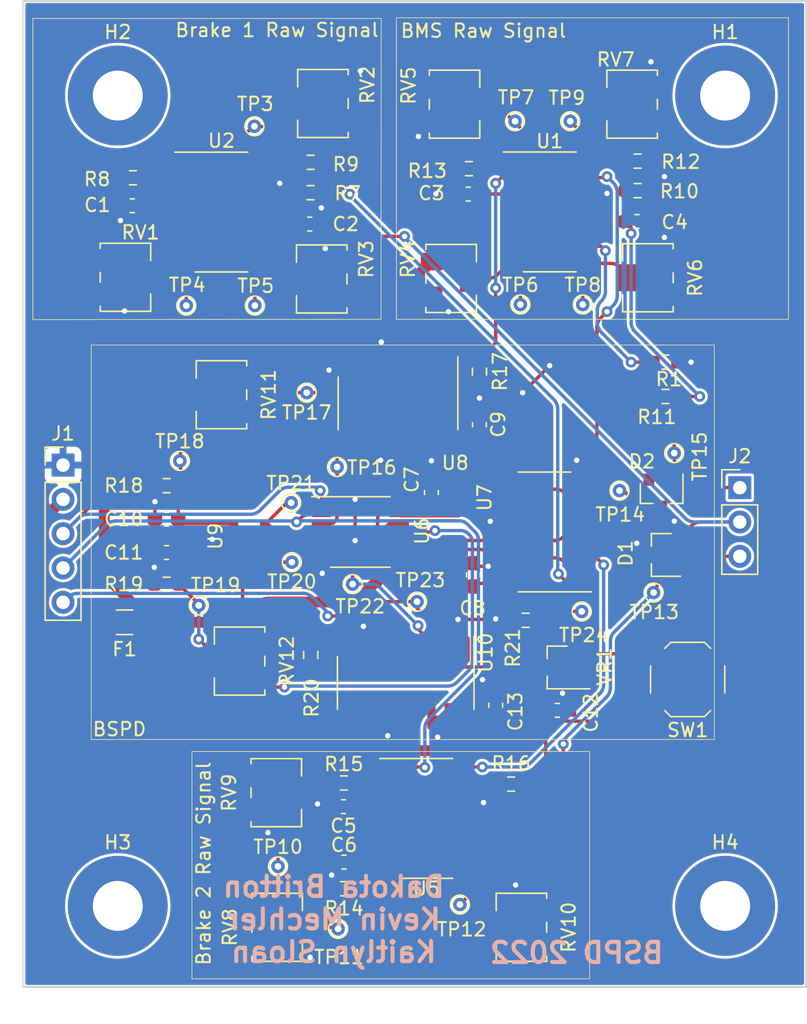
<source format=kicad_pcb>
(kicad_pcb (version 20211014) (generator pcbnew)
  (title_block (title "BSPD Board") (rev "v1") (comment 4 "Author: Kaitlyn Sloan"))
  (layers (0 "F.Cu" signal) (31 "B.Cu" mixed) (34 "B.Paste" user) (35 "F.Paste" user) (36 "B.SilkS" user "B.Silkscreen") (37 "F.SilkS" user "F.Silkscreen") (38 "B.Mask" user) (39 "F.Mask" user) (44 "Edge.Cuts" user))
  (net 0 "")
  (net 1 "GND")
  (net 2 "+5V")
  (net 3 "/Brake2_Signal_Raw")
  (net 4 "/Brake1_Signal_Raw")
  (net 5 "/BrakeSystemPlausibilityDevice/Signal_Lost")
  (net 6 "/BrakeSystemPlausibilityDevice/Signal_Lost_TRIP")
  (net 7 "/~{BSPD_TRIPPED}")
  (net 8 "/BrakeSystemPlausibilityDevice/SET")
  (net 9 "/Brake1 Signal/Vref_4V")
  (net 10 "/Brake1_Signal")
  (net 11 "/Brake1_Connected")
  (net 12 "/Brake2 Signal/Vref_4V")
  (net 13 "/Brake2_Signal")
  (net 14 "/Brake2_Connected")
  (net 15 "/BrakeSystemPlausibilityDevice/Power_and_Brakes")
  (net 16 "/BrakeSystemPlausibilityDevice/TRIP")
  (net 17 "/BrakeSystemPlausibilityDevice/~{Brake_Connected}")
  (net 18 "/BrakeSystemPlausibilityDevice/~{Brake2_Connected}")
  (net 19 "/BrakeSystemPlausibilityDevice/~{Brake1_Connected}")
  (net 21 "/BMS_Signal_Raw")
  (net 23 "/BMS_Signal")
  (net 24 "/BMS_Connected")
  (net 25 "Net-(RV5-Pad2)")
  (net 26 "Net-(RV7-Pad2)")
  (net 27 "/BrakeSystemPlausibilityDevice/Power_and_Brakes_TRIP")
  (net 28 "/BrakeSystemPlausibilityDevice/~{BMS_Connected}")
  (net 29 "Net-(C10-Pad1)")
  (net 30 "Net-(C11-Pad1)")
  (net 31 "Net-(F1-Pad2)")
  (net 32 "Net-(R20-Pad1)")
  (net 33 "Net-(RV2-Pad2)")
  (net 34 "Net-(RV3-Pad2)")
  (net 35 "Net-(RV4-Pad2)")
  (net 36 "Net-(RV6-Pad2)")
  (net 37 "Net-(RV9-Pad2)")
  (net 38 "Net-(RV10-Pad2)")
  (net 41 "Net-(TP16-Pad1)")
  (net 51 "/BMS Signal/DataRaw_Half")
  (footprint "TestPoint:TestPoint_THTPad_D1.0mm_Drill0.5mm" (layer "F.Cu") (at 156.225 85.475)
    (fp_text reference "TP15")
    (fp_text value "TestPoint")
  )
  (footprint "TestPoint:TestPoint_THTPad_D1.0mm_Drill0.5mm" (layer "F.Cu") (at 144.4358 60.9 90)
    (fp_text reference "TP7")
    (fp_text value "TestPoint")
  )
  (footprint "TestPoint:TestPoint_THTPad_D1.0mm_Drill0.5mm" (layer "F.Cu") (at 121 96.75 180)
    (fp_text reference "TP19")
    (fp_text value "TestPoint")
  )
  (footprint "TestPoint:TestPoint_THTPad_D1.0mm_Drill0.5mm" (layer "F.Cu") (at 119.6 86.05)
    (fp_text reference "TP18")
    (fp_text value "TestPoint")
  )
  (footprint "TestPoint:TestPoint_THTPad_D1.0mm_Drill0.5mm" (layer "F.Cu") (at 131.325 120.7 -90)
    (fp_text reference "TP11")
    (fp_text value "TestPoint")
  )
  (footprint "TestPoint:TestPoint_THTPad_D1.0mm_Drill0.5mm" (layer "F.Cu") (at 125.1585 74.549)
    (fp_text reference "TP5")
    (fp_text value "TestPoint")
  )
  (footprint "TestPoint:TestPoint_THTPad_D1.0mm_Drill0.5mm" (layer "F.Cu") (at 140.35 118.9 -90)
    (fp_text reference "TP12")
    (fp_text value "TestPoint")
  )
  (footprint "TestPoint:TestPoint_THTPad_D1.0mm_Drill0.5mm" (layer "F.Cu") (at 148.525 60.9 90)
    (fp_text reference "TP9")
    (fp_text value "TestPoint")
  )
  (footprint "TestPoint:TestPoint_THTPad_D1.0mm_Drill0.5mm" (layer "F.Cu") (at 149.4536 74.4728)
    (fp_text reference "TP8")
    (fp_text value "TestPoint")
  )
  (footprint "TestPoint:TestPoint_THTPad_D1.0mm_Drill0.5mm" (layer "F.Cu") (at 149.375 97.2 180)
    (fp_text reference "TP24")
    (fp_text value "TestPoint")
  )
  (footprint "TestPoint:TestPoint_THTPad_D1.0mm_Drill0.5mm" (layer "F.Cu") (at 131.25 86.5 -90)
    (fp_text reference "TP16")
    (fp_text value "TestPoint")
  )
  (footprint "TestPoint:TestPoint_THTPad_D1.0mm_Drill0.5mm" (layer "F.Cu") (at 120.0785 74.549 90)
    (fp_text reference "TP4")
    (fp_text value "TestPoint")
  )
  (footprint "TestPoint:TestPoint_THTPad_D1.0mm_Drill0.5mm" (layer "F.Cu") (at 152.175 88.25)
    (fp_text reference "TP14")
    (fp_text value "TestPoint")
  )
  (footprint "TestPoint:TestPoint_THTPad_D1.0mm_Drill0.5mm" (layer "F.Cu") (at 129 81 -90)
    (fp_text reference "TP17")
    (fp_text value "TestPoint")
  )
  (footprint "TestPoint:TestPoint_THTPad_D1.0mm_Drill0.5mm" (layer "F.Cu") (at 125.125 61.275 -90)
    (fp_text reference "TP3")
    (fp_text value "TestPoint")
  )
  (footprint "TestPoint:TestPoint_THTPad_D1.0mm_Drill0.5mm" (layer "F.Cu") (at 137.175 96.475 180)
    (fp_text reference "TP23")
    (fp_text value "TestPoint")
  )
  (footprint "TestPoint:TestPoint_THTPad_D1.0mm_Drill0.5mm" (layer "F.Cu") (at 126.873 116.078)
    (fp_text reference "TP10")
    (fp_text value "TestPoint")
  )
  (footprint "Resistor_SMD:R_0603_1608Metric_Pad0.98x0.95mm_HandSolder" (layer "F.Cu") (at 129.3 100.425 -90)
    (fp_text reference "R20")
    (fp_text value "10k")
  )
  (footprint "Potentiometer_SMD:Potentiometer_Bourns_3214W_Vertical" (layer "F.Cu") (at 130.1115 72.5805 -90)
    (fp_text reference "RV3")
    (fp_text value "PVG5A104C03R00 ")
  )
  (footprint "Resistor_SMD:R_0603_1608Metric_Pad0.98x0.95mm_HandSolder" (layer "F.Cu") (at 153.5176 63.8556)
    (fp_text reference "R12")
    (fp_text value "10k")
  )
  (footprint "Potentiometer_SMD:Potentiometer_Bourns_3214W_Vertical" (layer "F.Cu") (at 126.746 110.617 90)
    (fp_text reference "RV9")
    (fp_text value "PVG5A104C03R00 ")
  )
  (footprint "TestPoint:TestPoint_THTPad_D1.0mm_Drill0.5mm" (layer "F.Cu") (at 154.7 95.8)
    (fp_text reference "TP13")
    (fp_text value "TestPoint")
  )
  (footprint "Potentiometer_SMD:Potentiometer_Bourns_3214W_Vertical" (layer "F.Cu") (at 124.025 100.875 -90)
    (fp_text reference "RV12")
    (fp_text value "PVG5A104C03R00 ")
  )
  (footprint "Potentiometer_SMD:Potentiometer_Bourns_3214W_Vertical" (layer "F.Cu") (at 122.682 81.153 -90)
    (fp_text reference "RV11")
    (fp_text value "PVG5A104C03R00 ")
  )
  (footprint "Resistor_SMD:R_0603_1608Metric_Pad0.98x0.95mm_HandSolder" (layer "F.Cu") (at 141.7955 79.4385 -90)
    (fp_text reference "R17")
    (fp_text value "10k")
  )
  (footprint "Potentiometer_SMD:Potentiometer_Bourns_3214W_Vertical" (layer "F.Cu") (at 154.2796 72.4916 -90)
    (fp_text reference "RV6")
    (fp_text value "PVG5A104C03R00 ")
  )
  (footprint "Potentiometer_SMD:Potentiometer_Bourns_3214W_Vertical" (layer "F.Cu") (at 139.954 59.6392 90)
    (fp_text reference "RV5")
    (fp_text value "PVG5A104C03R00 ")
  )
  (footprint "Potentiometer_SMD:Potentiometer_Bourns_3214W_Vertical" (layer "F.Cu") (at 153.1112 59.6392 -90)
    (fp_text reference "RV7")
    (fp_text value "PVG5A104C03R00 ")
  )
  (footprint "Potentiometer_SMD:Potentiometer_Bourns_3214W_Vertical" (layer "F.Cu") (at 115.57 72.4535 90)
    (fp_text reference "RV1")
    (fp_text value "PVG5A104C03R00 ")
  )
  (footprint "Resistor_SMD:R_0603_1608Metric_Pad0.98x0.95mm_HandSolder" (layer "F.Cu") (at 153.5176 66.04 180)
    (fp_text reference "R10")
    (fp_text value "510k")
  )
  (footprint "Resistor_SMD:R_0603_1608Metric_Pad0.98x0.95mm_HandSolder" (layer "F.Cu") (at 118.618 95.1865 180)
    (fp_text reference "R19")
    (fp_text value "10k")
  )
  (footprint "Resistor_SMD:R_0603_1608Metric_Pad0.98x0.95mm_HandSolder" (layer "F.Cu") (at 118.618 87.884 180)
    (fp_text reference "R18")
    (fp_text value "10k")
  )
  (footprint "Resistor_SMD:R_0603_1608Metric_Pad0.98x0.95mm_HandSolder" (layer "F.Cu") (at 129.286 66.1924 180)
    (fp_text reference "R7")
    (fp_text value "510k")
  )
  (footprint "Resistor_SMD:R_0603_1608Metric_Pad0.98x0.95mm_HandSolder" (layer "F.Cu") (at 116.1288 65.0875 180)
    (fp_text reference "R8")
    (fp_text value "10k")
  )
  (footprint "Fuse:Fuse_1206_3216Metric_Pad1.42x1.75mm_HandSolder" (layer "F.Cu") (at 115.5 98 180)
    (fp_text reference "F1")
    (fp_text value "1A")
  )
  (footprint "Capacitor_SMD:C_0603_1608Metric_Pad1.08x0.95mm_HandSolder" (layer "F.Cu") (at 118.618 90.3605 180)
    (fp_text reference "C10")
    (fp_text value "1uF")
  )
  (footprint "Package_TO_SOT_SMD:SOT-23" (layer "F.Cu") (at 155.2956 93.0148 180)
    (fp_text reference "D1")
    (fp_text value " PSM712-LF-T7 ")
  )
  (footprint "Potentiometer_SMD:Potentiometer_Bourns_3214W_Vertical" (layer "F.Cu") (at 130.2004 59.5884 -90)
    (fp_text reference "RV2")
    (fp_text value "PVG5A104C03R00 ")
  )
  (footprint "Capacitor_SMD:C_0603_1608Metric_Pad1.08x0.95mm_HandSolder" (layer "F.Cu") (at 141.351 94.488 90)
    (fp_text reference "C8")
    (fp_text value "0.1uF")
  )
  (footprint "MountingHole:MountingHole_3.7mm_Pad_TopBottom" (layer "F.Cu") (at 160 119)
    (fp_text reference "H4")
    (fp_text value "MountingHole")
  )
  (footprint "MountingHole:MountingHole_3.7mm_Pad_TopBottom" (layer "F.Cu") (at 160 59)
    (fp_text reference "H1")
    (fp_text value "MountingHole")
  )
  (footprint "MountingHole:MountingHole_3.7mm_Pad_TopBottom" (layer "F.Cu") (at 115 119)
    (fp_text reference "H3")
    (fp_text value "MountingHole")
  )
  (footprint "Capacitor_SMD:C_0603_1608Metric_Pad1.08x0.95mm_HandSolder" (layer "F.Cu") (at 140.97 66.294 180)
    (fp_text reference "C3")
    (fp_text value "0.1uF")
  )
  (footprint "Capacitor_SMD:C_0603_1608Metric_Pad1.08x0.95mm_HandSolder" (layer "F.Cu") (at 116.078 67.1576 180)
    (fp_text reference "C1")
    (fp_text value "0.1uF")
  )
  (footprint "Capacitor_SMD:C_0603_1608Metric_Pad1.08x0.95mm_HandSolder" (layer "F.Cu") (at 143.002 104.14 90)
    (fp_text reference "C13")
    (fp_text value "0.1uF")
  )
  (footprint "Package_TO_SOT_SMD:SOT-23" (layer "F.Cu") (at 155.2956 88.4428 -90)
    (fp_text reference "D2")
    (fp_text value " PSM712-LF-T7 ")
  )
  (footprint "MountingHole:MountingHole_3.7mm_Pad_TopBottom" (layer "F.Cu") (at 115 59)
    (fp_text reference "H2")
    (fp_text value "MountingHole")
  )
  (footprint "Capacitor_SMD:C_0603_1608Metric_Pad1.08x0.95mm_HandSolder" (layer "F.Cu") (at 118.618 92.837 180)
    (fp_text reference "C11")
    (fp_text value "1uF")
  )
  (footprint "Capacitor_SMD:C_0603_1608Metric_Pad1.08x0.95mm_HandSolder" (layer "F.Cu") (at 141.7955 83.3755 90)
    (fp_text reference "C9")
    (fp_text value "0.1uF")
  )
  (footprint "Capacitor_SMD:C_0603_1608Metric_Pad1.08x0.95mm_HandSolder" (layer "F.Cu") (at 131.725 111.65 180)
    (fp_text reference "C5")
    (fp_text value "0.1uF")
  )
  (footprint "Capacitor_SMD:C_0603_1608Metric_Pad1.08x0.95mm_HandSolder" (layer "F.Cu") (at 153.4668 68.326)
    (fp_text reference "C4")
    (fp_text value "0.1uF")
  )
  (footprint "Resistor_SMD:R_0603_1608Metric_Pad0.98x0.95mm_HandSolder" (layer "F.Cu") (at 145.2245 97.8535 180)
    (fp_text reference "R21")
    (fp_text value "10k")
  )
  (footprint "Package_TO_SOT_SMD:SOT-23_Handsoldering" (layer "F.Cu") (at 147.574 101.346 180)
    (fp_text reference "VR1")
    (fp_text value "IMP810JEUR_T")
  )
  (footprint "Package_SO:SO-14_3.9x8.65mm_P1.27mm" (layer "F.Cu") (at 146.6215 91.313 180)
    (fp_text reference "U7")
    (fp_text value "74HC04")
  )
  (footprint "Package_SO:SO-14_3.9x8.65mm_P1.27mm" (layer "F.Cu") (at 147.0152 67.6148)
    (fp_text reference "U1")
    (fp_text value "LM239")
  )
  (footprint "Package_SO:SOIC-16_3.9x9.9mm_P1.27mm" (layer "F.Cu") (at 136.3345 102.489 -90)
    (fp_text reference "U10")
    (fp_text value "CD4043BDR")
  )
  (footprint "TestPoint:TestPoint_THTPad_D1.0mm_Drill0.5mm" (layer "F.Cu") (at 144.8308 74.4728)
    (fp_text reference "TP6")
    (fp_text value "TestPoint")
  )
  (footprint "Package_SO:SOIC-14_3.9x8.7mm_P1.27mm" (layer "F.Cu") (at 135.763 81.788 -90)
    (fp_text reference "U8")
    (fp_text value "74HC08D,653")
  )
  (footprint "Connector_PinHeader_2.54mm:PinHeader_1x03_P2.54mm_Vertical" (layer "F.Cu") (at 161.0868 88.0364)
    (fp_text reference "J2")
    (fp_text value "Conn_01x03")
  )
  (footprint "Capacitor_SMD:C_0603_1608Metric_Pad1.08x0.95mm_HandSolder" (layer "F.Cu") (at 138.2395 88.392 90)
    (fp_text reference "C7")
    (fp_text value "0.1uF")
  )
  (footprint "Button_Switch_SMD:SW_SPST_TL3342" (layer "F.Cu") (at 157.226 102.235 180)
    (fp_text reference "SW1")
    (fp_text value "UK-B0288-SP25Y")
  )
  (footprint "Potentiometer_SMD:Potentiometer_Bourns_3214W_Vertical" (layer "F.Cu") (at 139.7 72.5424 90)
    (fp_text reference "RV4")
    (fp_text value "PVG5A104C03R00 ")
  )
  (footprint "Capacitor_SMD:C_0603_1608Metric_Pad1.08x0.95mm_HandSolder" (layer "F.Cu") (at 131.7625 115.7605 180)
    (fp_text reference "C6")
    (fp_text value "0.1uF")
  )
  (footprint "Resistor_SMD:R_0603_1608Metric_Pad0.98x0.95mm_HandSolder" (layer "F.Cu") (at 131.75 109.9)
    (fp_text reference "R15")
    (fp_text value "10k")
  )
  (footprint "Resistor_SMD:R_0603_1608Metric_Pad0.98x0.95mm_HandSolder" (layer "F.Cu") (at 144.145 109.982 180)
    (fp_text reference "R16")
    (fp_text value "10k")
  )
  (footprint "Potentiometer_SMD:Potentiometer_Bourns_3214W_Vertical" (layer "F.Cu") (at 126.8095 120.5865 90)
    (fp_text reference "RV8")
    (fp_text value "PVG5A104C03R00 ")
  )
  (footprint "TestPoint:TestPoint_THTPad_D1.0mm_Drill0.5mm" (layer "F.Cu") (at 127.9 93.55 180)
    (fp_text reference "TP20")
    (fp_text value "TestPoint")
  )
  (footprint "TestPoint:TestPoint_THTPad_D1.0mm_Drill0.5mm" (layer "F.Cu") (at 127.85 89.15)
    (fp_text reference "TP21")
    (fp_text value "TestPoint")
  )
  (footprint "LHRE Footprint Library:74LVC2G17" (layer "F.Cu") (at 124.714 91.567 -90)
    (fp_text reference "U9")
    (fp_text value "74LVC2G17")
  )
  (footprint "Capacitor_SMD:C_0603_1608Metric_Pad1.08x0.95mm_HandSolder" (layer "F.Cu") (at 129.2225 68.5165)
    (fp_text reference "C2")
    (fp_text value "0.1uF")
  )
  (footprint "Connector_PinHeader_2.54mm:PinHeader_1x05_P2.54mm_Vertical" (layer "F.Cu") (at 110.9472 86.36)
    (fp_text reference "J1")
    (fp_text value "Conn_01x05")
  )
  (footprint "Potentiometer_SMD:Potentiometer_Bourns_3214W_Vertical" (layer "F.Cu") (at 144.907 120.5865 -90)
    (fp_text reference "RV10")
    (fp_text value "PVG5A104C03R00 ")
  )
  (footprint "Capacitor_SMD:C_0603_1608Metric_Pad1.08x0.95mm_HandSolder" (layer "F.Cu") (at 147.574 104.521)
    (fp_text reference "C12")
    (fp_text value "0.1uF")
  )
  (footprint "Package_SO:TSSOP-14_4.4x5mm_P0.65mm" (layer "F.Cu") (at 132.969 91.313)
    (fp_text reference "U6")
    (fp_text value "SN74HC32PWR")
  )
  (footprint "Package_SO:SO-14_3.9x8.65mm_P1.27mm" (layer "F.Cu") (at 137.8585 112.522)
    (fp_text reference "U5")
    (fp_text value "LM239")
  )
  (footprint "Resistor_SMD:R_0603_1608Metric_Pad0.98x0.95mm_HandSolder" (layer "F.Cu") (at 141.0208 64.4144)
    (fp_text reference "R13")
    (fp_text value "10k")
  )
  (footprint "Package_SO:SO-14_3.9x8.65mm_P1.27mm" (layer "F.Cu") (at 122.682 67.6275)
    (fp_text reference "U2")
    (fp_text value "LM239")
  )
  (footprint "Resistor_SMD:R_0603_1608Metric_Pad0.98x0.95mm_HandSolder" (layer "F.Cu") (at 129.286 63.9445 180)
    (fp_text reference "R9")
    (fp_text value "10k")
  )
  (footprint "Resistor_SMD:R_0603_1608Metric_Pad0.98x0.95mm_HandSolder" (layer "F.Cu") (at 131.7625 117.729)
    (fp_text reference "R14")
    (fp_text value "510k")
  )
  (footprint "Resistor_SMD:R_0603_1608Metric_Pad0.98x0.95mm_HandSolder" (layer "F.Cu") (at 155.575 81.28)
    (fp_text reference "R11")
    (fp_text value "150")
  )
  (footprint "TestPoint:TestPoint_THTPad_D1.0mm_Drill0.5mm" (layer "F.Cu") (at 132.4 95.175 180)
    (fp_text reference "TP22")
    (fp_text value "TestPoint")
  )
  (footprint "Resistor_SMD:R_0603_1608Metric_Pad0.98x0.95mm_HandSolder" (layer "F.Cu") (at 155.575 78.74)
    (fp_text reference "R1")
    (fp_text value "150")
  )
  (gr_line (start 164.6936 53.2384) (end 135.649 53.2384) (layer "F.SilkS") (width 0.05))
  (gr_line (start 108.712 75.5904) (end 134.506 75.565) (layer "F.SilkS") (width 0.05))
  (gr_line (start 164.6936 75.568) (end 164.6936 53.2384) (layer "F.SilkS") (width 0.05))
  (gr_line (start 120.4976 124.3965) (end 149.9616 124.3965) (layer "F.SilkS") (width 0.05))
  (gr_line (start 135.649 53.2384) (end 135.649 75.568) (layer "F.SilkS") (width 0.05))
  (gr_line (start 113.03 77.47) (end 113.03 106.68) (layer "F.SilkS") (width 0.05))
  (gr_line (start 134.506 75.565) (end 134.5184 53.2892) (layer "F.SilkS") (width 0.05))
  (gr_line (start 135.649 75.568) (end 164.6936 75.568) (layer "F.SilkS") (width 0.05))
  (gr_line (start 149.9616 124.3965) (end 149.9616 107.569) (layer "F.SilkS") (width 0.05))
  (gr_line (start 134.506 53.2892) (end 108.712 53.2892) (layer "F.SilkS") (width 0.05))
  (gr_line (start 108.712 53.2892) (end 108.712 75.5904) (layer "F.SilkS") (width 0.05))
  (gr_line (start 120.4976 107.569) (end 120.4976 124.3965) (layer "F.SilkS") (width 0.05))
  (gr_line (start 159.1945 106.68) (end 159.1945 77.47) (layer "F.SilkS") (width 0.05))
  (gr_line (start 159.1945 77.47) (end 113.03 77.47) (layer "F.SilkS") (width 0.05))
  (gr_line (start 149.9616 107.569) (end 120.4976 107.569) (layer "F.SilkS") (width 0.05))
  (gr_line (start 113.03 106.68) (end 159.1945 106.68) (layer "F.SilkS") (width 0.05))
  (gr_line (start 108 125) (end 166 125) (layer "Edge.Cuts") (width 0.15))
  (gr_line (start 166 125) (end 166 52) (layer "Edge.Cuts") (width 0.15))
  (gr_line (start 108 125) (end 108 52) (layer "Edge.Cuts") (width 0.15))
  (gr_line (start 108 52) (end 166 52) (layer "Edge.Cuts") (width 0.15))
  (gr_text "BSPD 2022" (at 148.9964 122.4788) (layer "B.SilkS") (effects (font (size 1.5 1.5) (thickness 0.3)) (justify mirror)))
  (gr_text "Dakota Britton\nKevin Mechler\nKaitlyn Sloan\n" (at 131 120) (layer "B.SilkS") (effects (font (size 1.5 1.5) (thickness 0.3)) (justify mirror)))
  (gr_text "Brake 1 Raw Signal" (at 126.7968 54.1528) (layer "F.SilkS") (effects (font (size 1 1))))
  (gr_text "Brake 2 Raw Signal" (at 121.3612 115.8748 90) (layer "F.SilkS") (effects (font (size 1 1))))
  (gr_text "BMS Raw Signal" (at 142.0876 54.2036) (layer "F.SilkS") (effects (font (size 1 1))))
  (gr_text "BSPD" (at 115.1255 105.918) (layer "F.SilkS") (effects (font (size 1 1))))
  (segment (start 151.1552 66.3448) (end 151.25 66.25) (width 0.25) (layer "F.Cu") (net 1))
  (segment (start 143.002 103.2775) (end 143.002 103.227) (width 0.25) (layer "F.Cu") (net 1))
  (segment (start 146.357 119.332) (end 144.475 117.45) (width 0.25) (layer "F.Cu") (net 1))
  (segment (start 125.157 66.3575) (end 125.8925 66.3575) (width 0.25) (layer "F.Cu") (net 1))
  (segment (start 149 87.4065) (end 149.0965 87.503) (width 0.25) (layer "F.Cu") (net 1))
  (segment (start 143.002 103.227) (end 142.025 102.25) (width 0.25) (layer "F.Cu") (net 1))
  (segment (start 115.5 74.95) (end 114.2535 73.7035) (width 0.25) (layer "F.Cu") (net 1))
  (segment (start 142.96 97.79) (end 143 97.75) (width 0.25) (layer "F.Cu") (net 1))
  (segment (start 140.3335 111.252) (end 142.002 111.252) (width 0.25) (layer "F.Cu") (net 1))
  (segment (start 134.493 85.982) (end 134.475 86) (width 0.25) (layer "F.Cu") (net 1))
  (segment (start 125.8925 66.3575) (end 126.75 65.5) (width 0.25) (layer "F.Cu") (net 1))
  (segment (start 153.45 92.15) (end 154.2956 92.9956) (width 0.25) (layer "F.Cu") (net 1))
  (segment (start 149.074 102.296) (end 148.909 102.296) (width 0.25) (layer "F.Cu") (net 1))
  (segment (start 147.955 104.0395) (end 148.4365 104.521) (width 0.25) (layer "F.Cu") (net 1))
  (segment (start 125.832107 112.403107) (end 125.296 111.867) (width 0.25) (layer "F.Cu") (net 1))
  (segment (start 135.6995 105.029) (end 134.4295 105.029) (width 0.25) (layer "F.Cu") (net 1))
  (segment (start 138.504 60.8892) (end 138.4108 60.8892) (width 0.25) (layer "F.Cu") (net 1))
  (segment (start 141.7955 81.4045) (end 141.7955 82.513) (width 0.25) (layer "F.Cu") (net 1))
  (segment (start 129.25 122.8) (end 126.737214 122.8) (width 0.25) (layer "F.Cu") (net 1))
  (segment (start 131.953 79.313) (end 130.662 79.313) (width 0.25) (layer "F.Cu") (net 1))
  (segment (start 129.999598 111.65) (end 130.8625 111.65) (width 0.25) (layer "F.Cu") (net 1))
  (segment (start 144.1465 93.853) (end 142.447 93.853) (width 0.25) (layer "F.Cu") (net 1))
  (segment (start 122.2915 91.567) (end 123.571 91.567) (width 0.25) (layer "F.Cu") (net 1))
  (segment (start 115.2155 67.1576) (end 115.2155 68.2345) (width 0.25) (layer "F.Cu") (net 1))
  (segment (start 154.4301 66.04) (end 154.46 66.04) (width 0.25) (layer "F.Cu") (net 1))
  (segment (start 144.1465 88.773) (end 144.798 88.773) (width 0.25) (layer "F.Cu") (net 1))
  (segment (start 155.5 69.4967) (end 154.3293 68.326) (width 0.25) (layer "F.Cu") (net 1))
  (segment (start 129.799799 111.450201) (end 129.999598 111.65) (width 0.25) (layer "F.Cu") (net 1))
  (segment (start 130.1065 93.263) (end 130.1065 94.3315) (width 0.25) (layer "F.Cu") (net 1))
  (segment (start 156.236351 90.51095) (end 155.2956 89.570199) (width 0.25) (layer "F.Cu") (net 1))
  (segment (start 155.2956 89.570199) (end 155.2956 89.4428) (width 0.25) (layer "F.Cu") (net 1))
  (segment (start 138.2924 73.7924) (end 139.5 75) (width 0.25) (layer "F.Cu") (net 1))
  (segment (start 130.85 116.725) (end 130.9 116.675) (width 0.25) (layer "F.Cu") (net 1))
  (segment (start 117.7055 95.1865) (end 117.7055 92.887) (width 0.25) (layer "F.Cu") (net 1))
  (segment (start 132.588 88.9) (end 132.588 91.948) (width 0.25) (layer "F.Cu") (net 1))
  (segment (start 141.8 81.4) (end 141.7955 81.4045) (width 0.25) (layer "F.Cu") (net 1))
  (segment (start 155.5 69.5) (end 155.5 69.4967) (width 0.25) (layer "F.Cu") (net 1))
  (segment (start 133.1595 98.3405) (end 133.1595 99.949) (width 0.25) (layer "F.Cu") (net 1))
  (segment (start 114.2535 73.7035) (end 114.12 73.7035) (width 0.25) (layer "F.Cu") (net 1))
  (segment (start 131.5615 71.3305) (end 131.3805 71.3305) (width 0.25) (layer "F.Cu") (net 1))
  (segment (start 149 86) (end 149 87.4065) (width 0.25) (layer "F.Cu") (net 1))
  (segment (start 138.2395 86.0395) (end 138.2395 84.3265) (width 0.25) (layer "F.Cu") (net 1))
  (segment (start 131.3805 71.3305) (end 130.375 70.325) (width 0.25) (layer "F.Cu") (net 1))
  (segment (start 154.2956 92.9956) (end 154.2956 93.0148) (width 0.25) (layer "F.Cu") (net 1))
  (segment (start 143.1035 97.8535) (end 143 97.75) (width 0.25) (layer "F.Cu") (net 1))
  (segment (start 148.909 102.296) (end 147.955 103.25) (width 0.25) (layer "F.Cu") (net 1))
  (segment (start 138.2395 84.3265) (end 138.303 84.263) (width 0.25) (layer "F.Cu") (net 1))
  (segment (start 138.594 66.294) (end 138.575 66.275) (width 0.25) (layer "F.Cu") (net 1))
  (segment (start 145 81) (end 147 79) (width 0.25) (layer "F.Cu") (net 1))
  (segment (start 144.862 91.313) (end 144.1465 91.313) (width 0.25) (layer "F.Cu") (net 1))
  (segment (start 149.4902 66.3448) (end 151.1552 66.3448) (width 0.25) (layer "F.Cu") (net 1))
  (segment (start 138.7 106.5) (end 139.5095 105.6905) (width 0.25) (layer "F.Cu") (net 1))
  (segment (start 141.8 81.4) (end 141.7955 81.3955) (width 0.25) (layer "F.Cu") (net 1))
  (segment (start 145.153127 91.021873) (end 144.862 91.313) (width 0.25) (layer "F.Cu") (net 1))
  (segment (start 134.493 79.313) (end 135.763 79.313) (width 0.25) (layer "F.Cu") (net 1))
  (segment (start 154.46 66.04) (end 155.5 65) (width 0.25) (layer "F.Cu") (net 1))
  (segment (start 147.955 103.25) (end 147.955 104.0395) (width 0.25) (layer "F.Cu") (net 1))
  (segment (start 138.303 84.263) (end 137.033 84.263) (width 0.25) (layer "F.Cu") (net 1))
  (segment (start 130.662 79.313) (end 130.65 79.325) (width 0.25) (layer "F.Cu") (net 1))
  (segment (start 131.8895 99.949) (end 134.4295 99.949) (width 0.25) (layer "F.Cu") (net 1))
  (segment (start 126.75 65.5) (end 127 65.5) (width 0.25) (layer "F.Cu") (net 1))
  (segment (start 141.5785 93.853) (end 142.447 93.853) (width 0.25) (layer "F.Cu") (net 1))
  (segment (start 131.8116 58.3384) (end 132.975 57.175) (width 0.25) (layer "F.Cu") (net 1))
  (segment (start 145.44602 89.835234) (end 145.44602 90.314766) (width 0.25) (layer "F.Cu") (net 1))
  (segment (start 122 91.8585) (end 122.2915 91.567) (width 0.25) (layer "F.Cu") (net 1))
  (segment (start 130.9 116.675) (end 130.9 115.7605) (width 0.25) (layer "F.Cu") (net 1))
  (segment (start 134.493 77.282) (end 134.525 77.25) (width 0.25) (layer "F.Cu") (net 1))
  (segment (start 142.002 111.252) (end 142.1 111.35) (width 0.25) (layer "F.Cu") (net 1))
  (segment (start 117.7555 90.3605) (end 117.7555 87.934) (width 0.25) (layer "F.Cu") (net 1))
  (segment (start 138.25 73.7924) (end 138.2924 73.7924) (width 0.25) (layer "F.Cu") (net 1))
  (segment (start 130.1065 94.3315) (end 130.15 94.375) (width 0.25) (layer "F.Cu") (net 1))
  (segment (start 117.7555 87.934) (end 117.7055 87.884) (width 0.25) (layer "F.Cu") (net 1))
  (segment (start 131.6504 58.3384) (end 131.8116 58.3384) (width 0.25) (layer "F.Cu") (net 1))
  (segment (start 142.6 90.525) (end 143.388 91.313) (width 0.25) (layer "F.Cu") (net 1))
  (segment (start 140.208 97.79) (end 142.96 97.79) (width 0.25) (layer "F.Cu") (net 1))
  (segment (start 126.030107 122.507107) (end 125.3595 121.8365) (width 0.25) (layer "F.Cu") (net 1))
  (segment (start 138.4108 60.8892) (end 137.275 62.025) (width 0.25) (layer "F.Cu") (net 1))
  (segment (start 134.493 84.263) (end 133.223 84.263) (width 0.25) (layer "F.Cu") (net 1))
  (segment (start 126.125 113.575) (end 126.125 113.110214) (width 0.25) (layer "F.Cu") (net 1))
  (segment (start 135 106.4) (end 135.6995 105.7005) (width 0.25) (layer "F.Cu") (net 1))
  (segment (start 133.2 98.3) (end 133.1595 98.3405) (width 0.25) (layer "F.Cu") (net 1))
  (segment (start 130.085 66.3059) (end 130.1985 66.1924) (width 0.25) (layer "F.Cu") (net 1))
  (segment (start 139.5095 105.029) (end 138.2395 105.029) (width 0.25) (layer "F.Cu") (net 1))
  (segment (start 130.85 116.725) (end 130.85 117.729) (width 0.25) (layer "F.Cu") (net 1))
  (segment (start 141.351 93.6255) (end 141.5785 93.853) (width 0.25) (layer "F.Cu") (net 1))
  (segment (start 144.312 97.8535) (end 143.1035 97.8535) (width 0.25) (layer "F.Cu") (net 1))
  (segment (start 135.6995 105.7005) (end 135.6995 105.029) (width 0.25) (layer "F.Cu") (net 1))
  (segment (start 139.5095 105.6905) (end 139.5095 105.029) (width 0.25) (layer "F.Cu") (net 1))
  (segment (start 115.2155 68.2345) (end 115.2 68.25) (width 0.25) (layer "F.Cu") (net 1))
  (segment (start 130.085 68.5165) (end 130.085 66.3059) (width 0.25) (layer "F.Cu") (net 1))
  (segment (start 156.4875 78.74) (end 157.48 78.74) (width 0.25) (layer "F.Cu") (net 1))
  (segment (start 140.1075 66.294) (end 138.594 66.294) (width 0.25) (layer "F.Cu") (net 1))
  (segment (start 134.493 79.313) (end 134.493 77.282) (width 0.25) (layer "F.Cu") (net 1))
  (segment (start 117.7055 92.887) (end 117.7555 92.837) (width 0.25) (layer "F.Cu") (net 1))
  (segment (start 134.493 84.263) (end 134.493 85.982) (width 0.25) (layer "F.Cu") (net 1))
  (segment (start 154.5 56.5) (end 154.5 58.328) (width 0.25) (layer "F.Cu") (net 1))
  (segment (start 143.388 91.313) (end 144.1465 91.313) (width 0.25) (layer "F.Cu") (net 1))
  (segment (start 138.2395 87.5295) (end 138.2395 86.0395) (width 0.25) (layer "F.Cu") (net 1))
  (segment (start 155.7296 69.7296) (end 155.7296 71.2416) (width 0.25) (layer "F.Cu") (net 1))
  (segment (start 155.5 69.5) (end 155.7296 69.7296) (width 0.25) (layer "F.Cu") (net 1))
  (segment (start 146.357 119.3365) (end 146.357 119.332) (width 0.25) (layer "F.Cu") (net 1))
  (segment (start 144.798 88.773) (end 145.153127 89.128127) (width 0.25) (layer "F.Cu") (net 1))
  (segment (start 141.7955 81.3955) (end 141.7955 80.351) (width 0.25) (layer "F.Cu") (net 1))
  (segment (start 154.5 58.328) (end 154.5612 58.3892) (width 0.25) (layer "F.Cu") (net 1))
  (via (at 117.7555 89.0695) (size 0.8) (drill 0.4) (layers "F.Cu" "B.Cu") (net 1))
  (via (at 151.25 66.25) (size 0.8) (drill 0.4) (layers "F.Cu" "B.Cu") (net 1))
  (via (at 115.2 68.25) (size 0.8) (drill 0.4) (layers "F.Cu" "B.Cu") (net 1))
  (via (at 145 81) (size 0.8) (drill 0.4) (layers "F.Cu" "B.Cu") (net 1))
  (via (at 156.236351 90.51095) (size 0.8) (drill 0.4) (layers "F.Cu" "B.Cu") (net 1))
  (via (at 122 91.8585) (size 0.8) (drill 0.4) (layers "F.Cu" "B.Cu") (net 1))
  (via (at 157.48 78.74) (size 0.8) (drill 0.4) (layers "F.Cu" "B.Cu") (net 1))
  (via (at 132.588 91.948) (size 0.8) (drill 0.4) (layers "F.Cu" "B.Cu") (net 1))
  (via (at 154.5 56.5) (size 0.8) (drill 0.4) (layers "F.Cu" "B.Cu") (net 1))
  (via (at 142.1 111.35) (size 0.8) (drill 0.4) (layers "F.Cu" "B.Cu") (net 1))
  (via (at 115.5 74.95) (size 0.8) (drill 0.4) (layers "F.Cu" "B.Cu") (net 1))
  (via (at 137.275 62.025) (size 0.8) (drill 0.4) (layers "F.Cu" "B.Cu") (net 1))
  (via (at 129.25 122.8) (size 0.8) (drill 0.4) (layers "F.Cu" "B.Cu") (net 1))
  (via (at 134.475 86) (size 0.8) (drill 0.4) (layers "F.Cu" "B.Cu") (net 1))
  (via (at 133.2 98.3) (size 0.8) (drill 0.4) (layers "F.Cu" "B.Cu") (net 1))
  (via (at 132.588 88.9) (size 0.8) (drill 0.4) (layers "F.Cu" "B.Cu") (net 1))
  (via (at 126.125 113.575) (size 0.8) (drill 0.4) (layers "F.Cu" "B.Cu") (net 1))
  (via (at 127 65.5) (size 0.8) (drill 0.4) (layers "F.Cu" "B.Cu") (net 1))
  (via (at 153.45 92.15) (size 0.8) (drill 0.4) (layers "F.Cu" "B.Cu") (net 1))
  (via (at 132.975 57.175) (size 0.8) (drill 0.4) (layers "F.Cu" "B.Cu") (net 1))
  (via (at 134.525 77.25) (size 0.8) (drill 0.4) (layers "F.Cu" "B.Cu") (net 1))
  (via (at 142.025 102.25) (size 0.8) (drill 0.4) (layers "F.Cu" "B.Cu") (net 1))
  (via (at 117.7055 93.9305) (size 0.8) (drill 0.4) (layers "F.Cu" "B.Cu") (net 1))
  (via (at 130.375 70.325) (size 0.8) (drill 0.4) (layers "F.Cu" "B.Cu") (net 1))
  (via (at 143 97.75) (size 0.8) (drill 0.4) (layers "F.Cu" "B.Cu") (net 1))
  (via (at 135 106.4) (size 0.8) (drill 0.4) (layers "F.Cu" "B.Cu") (net 1))
  (via (at 149 86) (size 0.8) (drill 0.4) (layers "F.Cu" "B.Cu") (net 1))
  (via (at 138.2395 86.0395) (size 0.8) (drill 0.4) (layers "F.Cu" "B.Cu") (net 1))
  (via (at 129.799799 111.450201) (size 0.8) (drill 0.4) (layers "F.Cu" "B.Cu") (net 1))
  (via (at 138.7 106.5) (size 0.8) (drill 0.4) (layers "F.Cu" "B.Cu") (net 1))
  (via (at 147 79) (size 0.8) (drill 0.4) (layers "F.Cu" "B.Cu") (net 1))
  (via (at 155.5 65) (size 0.8) (drill 0.4) (layers "F.Cu" "B.Cu") (net 1))
  (via (at 141.8 81.4) (size 0.8) (drill 0.4) (layers "F.Cu" "B.Cu") (net 1))
  (via (at 130.085 67.315) (size 0.8) (drill 0.4) (layers "F.Cu" "B.Cu") (net 1))
  (via (at 142.6 90.525) (size 0.8) (drill 0.4) (layers "F.Cu" "B.Cu") (net 1))
  (via (at 138.575 66.275) (size 0.8) (drill 0.4) (layers "F.Cu" "B.Cu") (net 1))
  (via (at 130.65 79.325) (size 0.8) (drill 0.4) (layers "F.Cu" "B.Cu") (net 1))
  (via (at 155.5 69.5) (size 0.8) (drill 0.4) (layers "F.Cu" "B.Cu") (net 1))
  (via (at 140.208 97.79) (size 0.8) (drill 0.4) (layers "F.Cu" "B.Cu") (net 1))
  (via (at 130.15 94.375) (size 0.8) (drill 0.4) (layers "F.Cu" "B.Cu") (net 1))
  (via (at 142.447 93.853) (size 0.8) (drill 0.4) (layers "F.Cu" "B.Cu") (net 1))
  (via (at 144.475 117.45) (size 0.8) (drill 0.4) (layers "F.Cu" "B.Cu") (net 1))
  (via (at 139.5 75) (size 0.8) (drill 0.4) (layers "F.Cu" "B.Cu") (net 1))
  (via (at 147.955 103.25) (size 0.8) (drill 0.4) (layers "F.Cu" "B.Cu") (net 1))
  (via (at 130.85 116.725) (size 0.8) (drill 0.4) (layers "F.Cu" "B.Cu") (net 1))
  (arc (start 145.153127 89.128127) (mid 145.3699 89.45255) (end 145.44602 89.835234) (width 0.25) (layer "F.Cu") (net 1))
  (arc (start 125.832107 112.403107) (mid 126.04888 112.72753) (end 126.125 113.110214) (width 0.25) (layer "F.Cu") (net 1))
  (arc (start 145.44602 90.314766) (mid 145.3699 90.697449) (end 145.153127 91.021873) (width 0.25) (layer "F.Cu") (net 1))
  (arc (start 126.737214 122.8) (mid 126.354531 122.72388) (end 126.030107 122.507107) (width 0.25) (layer "F.Cu") (net 1))
  (segment (start 153.865 104.135) (end 152.972373 105.027627) (width 0.25) (layer "F.Cu") (net 2))
  (segment (start 146.7115 104.521) (end 146.7115 107.913786) (width 0.25) (layer "F.Cu") (net 2))
  (segment (start 139.118093 64.707293) (end 137.406 66.419386) (width 0.25) (layer "F.Cu") (net 2))
  (segment (start 141.0005 95) (end 141.351 95.3505) (width 0.25) (layer "F.Cu") (net 2))
  (segment (start 142.9995 105) (end 140.8085 105) (width 0.25) (layer "F.Cu") (net 2))
  (segment (start 132.5875 111.65) (end 132.080873 111.143373) (width 0.25) (layer "F.Cu") (net 2))
  (segment (start 125.088192 123.8) (end 143.979286 123.8) (width 0.8) (layer "F.Cu") (net 2))
  (segment (start 125.296 109.367) (end 125.433 109.367) (width 0.8) (layer "F.Cu") (net 2))
  (segment (start 140.1083 64.4144) (end 139.8252 64.4144) (width 0.25) (layer "F.Cu") (net 2))
  (segment (start 129.75 107.65) (end 129.9 107.5) (width 0.25) (layer "F.Cu") (net 2))
  (segment (start 131.373766 110.85048) (end 130.764694 110.85048) (width 0.25) (layer "F.Cu") (net 2))
  (segment (start 153.161689 57.911689) (end 152.4 57.15) (width 0.8) (layer "F.Cu") (net 2))
  (segment (start 152.265266 105.32052) (end 147.925234 105.32052) (width 0.25) (layer "F.Cu") (net 2))
  (segment (start 123.959989 121.150225) (end 123.959989 122.671797) (width 0.8) (layer "F.Cu") (net 2))
  (segment (start 138.504 58.346) (end 139.7 57.15) (width 0.8) (layer "F.Cu") (net 2))
  (segment (start 137.406 66.594) (end 131.6504 60.8384) (width 0.8) (layer "F.Cu") (net 2))
  (segment (start 129.75 109.35) (end 129.75 107.65) (width 0.25) (layer "F.Cu") (net 2))
  (segment (start 116.9405 67.1576) (end 117.447707 66.650393) (width 0.25) (layer "F.Cu") (net 2))
  (segment (start 124.252882 123.378904) (end 124.381085 123.507107) (width 0.8) (layer "F.Cu") (net 2))
  (segment (start 138.2395 89.2545) (end 135.94 89.2545) (width 0.25) (layer "F.Cu") (net 2))
  (segment (start 132.629944 96.5) (end 134.129944 95) (width 0.8) (layer "F.Cu") (net 2))
  (segment (start 144.1465 95.123) (end 141.5785 95.123) (width 0.25) (layer "F.Cu") (net 2))
  (segment (start 144.686393 123.507107) (end 146.357 121.8365) (width 0.8) (layer "F.Cu") (net 2))
  (segment (start 132.5875 109.975) (end 132.6625 109.9) (width 0.25) (layer "F.Cu") (net 2))
  (segment (start 143.4835 104.521) (end 143.002 105.0025) (width 0.25) (layer "F.Cu") (net 2))
  (segment (start 135.301214 89.363) (end 135.8315 89.363) (width 0.25) (layer "F.Cu") (net 2))
  (segment (start 133.806707 58.682093) (end 131.6504 60.8384) (width 0.8) (layer "F.Cu") (net 2))
  (segment (start 160.376 104.135) (end 154.076 104.135) (width 0.25) (layer "F.Cu") (net 2))
  (segment (start 144.4894 66.294) (end 144.5402 66.3448) (width 0.25) (layer "F.Cu") (net 2))
  (segment (start 112.720489 76.306275) (end 112.720489 73.017225) (width 0.8) (layer "F.Cu") (net 2))
  (segment (start 135.94 89.2545) (end 135.8315 89.363) (width 0.25) (layer "F.Cu") (net 2))
  (segment (start 125.457107 96.792893) (end 125.025 97.225) (width 0.8) (layer "F.Cu") (net 2))
  (segment (start 134.25 95) (end 141.0005 95) (width 0.25) (layer "F.Cu") (net 2))
  (segment (start 122.8 116.610786) (end 122.8 112.114214) (width 0.8) (layer "F.Cu") (net 2))
  (segment (start 125.3595 119.3365) (end 125.1115 119.3365) (width 0.8) (layer "F.Cu") (net 2))
  (segment (start 154.2665 104.135) (end 153.865 104.135) (width 0.25) (layer "F.Cu") (net 2))
  (segment (start 115.2163 65.2913) (end 116.9405 67.0155) (width 0.25) (layer "F.Cu") (net 2))
  (segment (start 154.5612 60.8892) (end 153.353604 59.681604) (width 0.8) (layer "F.Cu") (net 2))
  (segment (start 137.957107 67.145107) (end 137.406 66.594) (width 0.8) (layer "F.Cu") (net 2))
  (segment (start 140.1083 64.4333) (end 141.8325 66.1575) (width 0.25) (layer "F.Cu") (net 2))
  (segment (start 154.1 63.5255) (end 154.1 61.3504) (width 0.25) (layer "F.Cu") (net 2))
  (segment (start 129.75 109.835786) (end 129.75 109.35) (width 0.25) (layer "F.Cu") (net 2))
  (segment (start 141.8325 66.1575) (end 141.8325 66.294) (width 0.25) (layer "F.Cu") (net 2))
  (segment (start 116.9875 98) (end 116.9875 97.4875) (width 0.8) (layer "F.Cu") (net 2))
  (segment (start 141.5785 95.123) (end 141.351 95.3505) (width 0.25) (layer "F.Cu") (net 2))
  (segment (start 116.9875 98) (end 116.9875 100.644286) (width 0.8) (layer "F.Cu") (net 2))
  (segment (start 155.7296 73.7416) (end 157.707107 71.764093) (width 0.8) (layer "F.Cu") (net 2))
  (segment (start 124.542893 96.742893) (end 125.025 97.225) (width 0.25) (layer "F.Cu") (net 2))
  (segment (start 140.1083 64.4144) (end 140.1083 64.4333) (width 0.25) (layer "F.Cu") (net 2))
  (segment (start 139.573 84.263) (end 139.573 87.506786) (width 0.25) (layer "F.Cu") (net 2))
  (segment (start 128.977786 76) (end 122.5 76) (width 0.8) (layer "F.Cu") (net 2))
  (segment (start 116.9875 98) (end 123.835786 98) (width 0.8) (layer "F.Cu") (net 2))
  (segment (start 137.406 66.419386) (end 137.406 66.594) (width 0.25) (layer "F.Cu") (net 2))
  (segment (start 143.002 105.298) (end 143.002 105.0025) (width 0.8) (layer "F.Cu") (net 2))
  (segment (start 147.218127 105.027627) (end 146.7115 104.521) (width 0.25) (layer "F.Cu") (net 2))
  (segment (start 134.129944 95) (end 134.25 95) (width 0.8) (layer "F.Cu") (net 2))
  (segment (start 136.004793 73.537607) (end 138.25 71.2924) (width 0.8) (layer "F.Cu") (net 2))
  (segment (start 128.2 96.5) (end 132.629944 96.5) (width 0.8) (layer "F.Cu") (net 2))
  (segment (start 127.714214 107.5) (end 129.9 107.5) (width 0.8) (layer "F.Cu") (net 2))
  (segment (start 154.1 61.3504) (end 154.5612 60.8892) (width 0.25) (layer "F.Cu") (net 2))
  (segment (start 128.2 99.823286) (end 128.2 96.5) (width 0.25) (layer "F.Cu") (net 2))
  (segment (start 138.504 58.3892) (end 138.504 58.346) (width 0.8) (layer "F.Cu") (net 2))
  (segment (start 115.707107 76.292893) (end 114 78) (width 0.8) (layer "F.Cu") (net 2))
  (segment (start 125.025 97.225) (end 124.542893 97.707107) (width 0.8) (layer "F.Cu") (net 2))
  (segment (start 146.074 103.469286) (end 146.074 101.346) (width 0.25) (layer "F.Cu") (net 2))
  (segment (start 130.5 63.643) (end 130.5 62.403014) (width 0.25) (layer "F.Cu") (net 2))
  (segment (start 129.3 101.3375) (end 128.492893 100.530393) (width 0.25) (layer "F.Cu") (net 2))
  (segment (start 134.25 90.414214) (end 134.25 95) (width 0.25) (layer "F.Cu") (net 2))
  (segment (start 158 71.056986) (end 158 64.742214) (width 0.8) (layer "F.Cu") (net 2))
  (segment (start 139.598 84.238) (end 139.573 84.263) (width 0.25) (layer "F.Cu") (net 2))
  (segment (start 141.7955 84.238) (end 139.598 84.238) (width 0.25) (layer "F.Cu") (net 2))
  (segment (start 116.9875 97.4875) (end 114.292893 94.792893) (width 0.8) (layer "F.Cu") (net 2))
  (segment (start 132.9855 111.252) (end 135.3835 111.252) (width 0.25) (layer "F.Cu") (net 2))
  (segment (start 134.542893 89.707107) (end 134.594107 89.655893) (width 0.25) (layer "F.Cu") (net 2))
  (segment (start 115.2163 65.0875) (end 115.2163 65.2913) (width 0.25) (layer "F.Cu") (net 2))
  (segment (start 138.25 71.2924) (end 138.25 67.852214) (width 0.8) (layer "F.Cu") (net 2))
  (segment (start 130.792893 61.695907) (end 131.6504 60.8384) (width 0.25) (layer "F.Cu") (net 2))
  (segment (start 116.9405 67.1576) (end 116.95 67.1671) (width 0.25) (layer "F.Cu") (net 2))
  (segment (start 132.5875 111.65) (end 132.9855 111.252) (width 0.25) (layer "F.Cu") (net 2))
  (segment (start 157.707107 64.035107) (end 154.5612 60.8892) (width 0.8) (layer "F.Cu") (net 2))
  (segment (start 124.25 93.385192) (end 124.25 96.035786) (width 0.25) (layer "F.Cu") (net 2))
  (segment (start 114.2715 71.2035) (end 114.12 71.2035) (width 0.25) (layer "F.Cu") (net 2))
  (segment (start 125.884 91.567) (end 125.653978 91.567) (width 0.25) (layer "F.Cu") (net 2))
  (segment (start 129.9 107.5) (end 140.385786 107.5) (width 0.8) (layer "F.Cu") (net 2))
  (segment (start 153.161689 59.489689) (end 153.161689 57.911689) (width 0.8) (layer "F.Cu") (net 2))
  (segment (start 125.133 109.367) (end 125.296 109.367) (width 0.8) (layer "F.Cu") (net 2))
  (segment (start 114 78) (end 113.013382 77.013382) (width 0.8) (layer "F.Cu") (net 2))
  (segment (start 141.8325 66.294) (end 144.4894 66.294) (width 0.25) (layer "F.Cu") (net 2))
  (segment (start 152.4 57.15) (end 139.7 57.15) (width 0.8) (layer "F.Cu") (net 2))
  (segment (start 117.280393 101.351393) (end 125.296 109.367) (width 0.8) (layer "F.Cu") (net 2))
  (segment (start 126.164214 96.5) (end 128.2 96.5) (width 0.8) (layer "F.Cu") (net 2))
  (segment (start 116.9405 67.0155) (end 116.9405 67.1576) (width 0.25) (layer "F.Cu") (net 2))
  (segment (start 146.7115 104.521) (end 146.366893 104.176393) (width 0.25) (layer "F.Cu") (net 2))
  (segment (start 114 94.085786) (end 114 78) (width 0.8) (layer "F.Cu") (net 2))
  (segment (start 146.7115 104.521) (end 143.4835 104.521) (width 0.25) (layer "F.Cu") (net 2))
  (segment (start 118.154814 66.3575) (end 120.207 66.3575) (width 0.25) (layer "F.Cu") (net 2))
  (segment (start 125.1115 119.3365) (end 123.092893 117.317893) (width 0.8) (layer "F.Cu") (net 2))
  (segment (start 130.1985 63.9445) (end 130.5 63.643) (width 0.25) (layer "F.Cu") (net 2))
  (segment (start 146.418607 108.620893) (end 145.0575 109.982) (width 0.25) (layer "F.Cu") (net 2))
  (segment (start 138.504 58.3892) (end 134.513814 58.3892) (width 0.8) (layer "F.Cu") (net 2))
  (segment (start 154.076 104.135) (end 153.865 104.135) (width 0.25) (layer "F.Cu") (net 2))
  (segment (start 125.433 109.367) (end 127.007107 107.792893) (width 0.8) (layer "F.Cu") (net 2))
  (segment (start 143.002 105.0025) (end 142.9995 105) (width 0.25) (layer "F.Cu") (net 2))
  (segment (start 131.5615 73.8305) (end 135.297686 73.8305) (width 0.8) (layer "F.Cu") (net 2))
  (segment (start 123.092893 111.407107) (end 125.133 109.367) (width 0.8) (layer "F.Cu") (net 2))
  (segment (start 141.092893 107.207107) (end 143.002 105.298) (width 0.8) (layer "F.Cu") (net 2))
  (segment (start 153.353604 59.681604) (end 153.161689 59.489689) (width 0.8) (layer "F.Cu") (net 2))
  (segment (start 113.013382 72.310118) (end 114.12 71.2035) (width 0.8) (layer "F.Cu") (net 2))
  (segment (start 154.4301 63.8556) (end 154.1 63.5255) (width 0.25) (layer "F.Cu") (net 2))
  (segment (start 116.95 67.1671) (end 116.95 68.110786) (width 0.25) (layer "F.Cu") (net 2))
  (segment (start 116.657107 68.817893) (end 114.2715 71.2035) (width 0.25) (layer "F.Cu") (net 2))
  (segment (start 139.280107 88.213893) (end 138.2395 89.2545) (width 0.25) (layer "F.Cu") (net 2))
  (segment (start 130.057587 110.557587) (end 130.042893 110.542893) (width 0.25) (layer "F.Cu") (net 2))
  (segment (start 131.5615 73.8305) (end 129.684893 75.707107) (width 0.8) (layer "F.Cu") (net 2))
  (segment (start 132.5875 111.65) (end 132.5875 109.975) (width 0.25) (layer "F.Cu") (net 2))
  (segment (start 125.3595 119.3365) (end 124.252882 120.443118) (width 0.8) (layer "F.Cu") (net 2))
  (segment (start 122.5 76) (end 116.414214 76) (width 0.8) (layer "F.Cu") (net 2))
  (segment (start 125.653978 91.567) (end 124.542893 92.678085) (width 0.25) (layer "F.Cu") (net 2))
  (arc (start 157.707107 71.764093) (mid 157.92388 71.43967) (end 158 71.056986) (width 0.8) (layer "F.Cu") (net 2))
  (arc (start 133.806707 58.682093) (mid 134.13113 58.46532) (end 134.513814 58.3892) (width 0.8) (layer "F.Cu") (net 2))
  (arc (start 126.164214 96.5) (mid 125.781531 96.57612) (end 125.457107 96.792893) (width 0.8) (layer "F.Cu") (net 2))
  (arc (start 157.707107 64.035107) (mid 157.92388 64.35953) (end 158 64.742214) (width 0.8) (layer "F.Cu") (net 2))
  (arc (start 116.9875 100.644286) (mid 117.06362 101.026969) (end 117.280393 101.351393) (width 0.8) (layer "F.Cu") (net 2))
  (arc (start 152.972373 105.027627) (mid 152.64795 105.2444) (end 152.265266 105.32052) (width 0.25) (layer "F.Cu") (net 2))
  (arc (start 139.573 87.506786) (mid 139.49688 87.889469) (end 139.280107 88.213893) (width 0.25) (layer "F.Cu") (net 2))
  (arc (start 124.25 96.035786) (mid 124.32612 96.418469) (end 124.542893 96.742893) (width 0.25) (layer "F.Cu") (net 2))
  (arc (start 128.977786 76) (mid 129.360469 75.92388) (end 129.684893 75.707107) (width 0.8) (layer "F.Cu") (net 2))
  (arc (start 134.25 90.414214) (mid 134.32612 90.031531) (end 134.542893 89.707107) (width 0.25) (layer "F.Cu") (net 2))
  (arc (start 114 94.085786) (mid 114.07612 94.468469) (end 114.292893 94.792893) (width 0.8) (layer "F.Cu") (net 2))
  (arc (start 146.7115 107.913786) (mid 146.63538 108.296469) (end 146.418607 108.620893) (width 0.25) (layer "F.Cu") (net 2))
  (arc (start 143.979286 123.8) (mid 144.361969 123.72388) (end 144.686393 123.507107) (width 0.8) (layer "F.Cu") (net 2))
  (arc (start 124.25 93.385192) (mid 124.32612 93.002509) (end 124.542893 92.678085) (width 0.25) (layer "F.Cu") (net 2))
  (arc (start 117.447707 66.650393) (mid 117.77213 66.43362) (end 118.154814 66.3575) (width 0.25) (layer "F.Cu") (net 2))
  (arc (start 130.764694 110.85048) (mid 130.382011 110.77436) (end 130.057587 110.557587) (width 0.25) (layer "F.Cu") (net 2))
  (arc (start 136.004793 73.537607) (mid 135.68037 73.75438) (end 135.297686 73.8305) (width 0.8) (layer "F.Cu") (net 2))
  (arc (start 139.8252 64.4144) (mid 139.442517 64.49052) (end 139.118093 64.707293) (width 0.25) (layer "F.Cu") (net 2))
  (arc (start 127.714214 107.5) (mid 127.331531 107.57612) (end 127.007107 107.792893) (width 0.8) (layer "F.Cu") (net 2))
  (arc (start 128.2 99.823286) (mid 128.27612 100.205969) (end 128.492893 100.530393) (width 0.25) (layer "F.Cu") (net 2))
  (arc (start 124.542893 97.707107) (mid 124.21847 97.92388) (end 123.835786 98) (width 0.8) (layer "F.Cu") (net 2))
  (arc (start 112.720489 73.017225) (mid 112.796609 72.634542) (end 113.013382 72.310118) (width 0.8) (layer "F.Cu") (net 2))
  (arc (start 123.092893 111.407107) (mid 122.87612 111.73153) (end 122.8 112.114214) (width 0.8) (layer "F.Cu") (net 2))
  (arc (start 137.957107 67.145107) (mid 138.17388 67.46953) (end 138.25 67.852214) (width 0.8) (layer "F.Cu") (net 2))
  (arc (start 147.925234 105.32052) (mid 147.542551 105.2444) (end 147.218127 105.027627) (width 0.25) (layer "F.Cu") (net 2))
  (arc (start 123.092893 117.317893) (mid 122.87612 116.99347) (end 122.8 116.610786) (width 0.8) (layer "F.Cu") (net 2))
  (arc (start 112.720489 76.306275) (mid 112.796609 76.688958) (end 113.013382 77.013382) (width 0.8) (layer "F.Cu") (net 2))
  (arc (start 116.657107 68.817893) (mid 116.87388 68.49347) (end 116.95 68.110786) (width 0.25) (layer "F.Cu") (net 2))
  (arc (start 123.959989 121.150225) (mid 124.036109 120.767542) (end 124.252882 120.443118) (width 0.8) (layer "F.Cu") (net 2))
  (arc (start 135.301214 89.363) (mid 134.918531 89.43912) (end 134.594107 89.655893) (width 0.25) (layer "F.Cu") (net 2))
  (arc (start 141.092893 107.207107) (mid 140.76847 107.42388) (end 140.385786 107.5) (width 0.8) (layer "F.Cu") (net 2))
  (arc (start 146.366893 104.176393) (mid 146.15012 103.85197) (end 146.074 103.469286) (width 0.25) (layer "F.Cu") (net 2))
  (arc (start 125.088192 123.8) (mid 124.705509 123.72388) (end 124.381085 123.507107) (width 0.8) (layer "F.Cu") (net 2))
  (arc (start 115.707107 76.292893) (mid 116.03153 76.07612) (end 116.414214 76) (width 0.8) (layer "F.Cu") (net 2))
  (arc (start 129.75 109.835786) (mid 129.82612 110.218469) (end 130.042893 110.542893) (width 0.25) (layer "F.Cu") (net 2))
  (arc (start 132.080873 111.143373) (mid 131.75645 110.9266) (end 131.373766 110.85048) (width 0.25) (layer "F.Cu") (net 2))
  (arc (start 124.252882 123.378904) (mid 124.036109 123.054481) (end 123.959989 122.671797) (width 0.8) (layer "F.Cu") (net 2))
  (arc (start 130.5 62.403014) (mid 130.57612 62.020331) (end 130.792893 61.695907) (width 0.25) (layer "F.Cu") (net 2))
  (segment (start 142.543786 113.792) (end 140.3335 113.792) (width 0.25) (layer "F.Cu") (net 3))
  (segment (start 156.2956 93.9648) (end 156.2956 93.9794) (width 0.25) (layer "F.Cu") (net 3))
  (segment (start 132.675 115.8105) (end 132.625 115.7605) (width 0.25) (layer "F.Cu") (net 3))
  (segment (start 148.012299 107.012299) (end 148.012299 108.323487) (width 0.25) (layer "F.Cu") (net 3))
  (segment (start 154.7 95.575) (end 154.7 95.8) (width 0.25) (layer "F.Cu") (net 3))
  (segment (start 136.32904 115.062) (end 137.036147 115.769107) (width 0.25) (layer "F.Cu") (net 3))
  (segment (start 147.719406 109.030594) (end 143.250893 113.499107) (width 0.25) (layer "F.Cu") (net 3))
  (segment (start 137.036147 115.769107) (end 137.450361 115.354893) (width 0.25) (layer "F.Cu") (net 3))
  (segment (start 135.3835 113.792) (end 135.3835 115.062) (width 0.25) (layer "F.Cu") (net 3))
  (segment (start 136.563893 117.436107) (end 136.743254 117.256746) (width 0.25) (layer "F.Cu") (net 3))
  (segment (start 132.675 117.729) (end 135.856786 117.729) (width 0.25) (layer "F.Cu") (net 3))
  (segment (start 156.2956 93.9794) (end 154.7 95.575) (width 0.25) (layer "F.Cu") (net 3))
  (segment (start 140.3335 115.062) (end 140.3335 113.792) (width 0.25) (layer "F.Cu") (net 3))
  (segment (start 135.3835 115.062) (end 136.32904 115.062) (width 0.25) (layer "F.Cu") (net 3))
  (segment (start 132.675 117.729) (end 132.675 115.8105) (width 0.25) (layer "F.Cu") (net 3))
  (segment (start 140.3335 115.062) (end 138.157468 115.062) (width 0.25) (layer "F.Cu") (net 3))
  (segment (start 157.558214 93.1164) (end 161.0868 93.1164) (width 0.25) (layer "F.Cu") (net 3))
  (segment (start 137.036147 116.549639) (end 137.036147 115.769107) (width 0.25) (layer "F.Cu") (net 3))
  (segment (start 156.2956 93.9648) (end 156.851107 93.409293) (width 0.25) (layer "F.Cu") (net 3))
  (via (at 148.012299 107.012299) (size 0.8) (drill 0.4) (layers "F.Cu" "B.Cu") (net 3))
  (arc (start 156.851107 93.409293) (mid 157.17553 93.19252) (end 157.558214 93.1164) (width 0.25) (layer "F.Cu") (net 3))
  (arc (start 142.543786 113.792) (mid 142.926469 113.71588) (end 143.250893 113.499107) (width 0.25) (layer "F.Cu") (net 3))
  (arc (start 148.012299 108.323487) (mid 147.936179 108.70617) (end 147.719406 109.030594) (width 0.25) (layer "F.Cu") (net 3))
  (arc (start 137.036147 116.549639) (mid 136.960027 116.932322) (end 136.743254 117.256746) (width 0.25) (layer "F.Cu") (net 3))
  (arc (start 138.157468 115.062) (mid 137.774785 115.13812) (end 137.450361 115.354893) (width 0.25) (layer "F.Cu") (net 3))
  (arc (start 135.856786 117.729) (mid 136.239469 117.65288) (end 136.563893 117.436107) (width 0.25) (layer "F.Cu") (net 3))
  (segment (start 148.012299 107.012299) (end 148.012299 106.737701) (width 0.25) (layer "B.Cu") (net 3))
  (segment (start 148.012299 106.737701) (end 151.207107 103.542893) (width 0.25) (layer "B.Cu") (net 3))
  (segment (start 151.5 102.835786) (end 151.5 99.414214) (width 0.25) (layer "B.Cu") (net 3))
  (segment (start 151.792893 98.707107) (end 154.7 95.8) (width 0.25) (layer "B.Cu") (net 3))
  (arc (start 151.5 99.414214) (mid 151.57612 99.031531) (end 151.792893 98.707107) (width 0.25) (layer "B.Cu") (net 3))
  (arc (start 151.207107 103.542893) (mid 151.42388 103.21847) (end 151.5 102.835786) (width 0.25) (layer "B.Cu") (net 3))
  (segment (start 128.3735 68.503) (end 128.36 68.5165) (width 0.25) (layer "F.Cu") (net 4))
  (segment (start 125.9025 68.8975) (end 125.990607 68.809393) (width 0.25) (layer "F.Cu") (net 4))
  (segment (start 125.157 70.1675) (end 125.157 68.8975) (width 0.25) (layer "F.Cu") (net 4))
  (segment (start 128.3735 66.1924) (end 128.3735 68.503) (width 0.25) (layer "F.Cu") (net 4))
  (segment (start 128.975607 69.132107) (end 128.36 68.5165) (width 0.25) (layer "F.Cu") (net 4))
  (segment (start 136.25 69.425) (end 129.682714 69.425) (width 0.25) (layer "F.Cu") (net 4))
  (segment (start 152.4808 88.25) (end 156.2956 92.0648) (width 0.25) (layer "F.Cu") (net 4))
  (segment (start 158.198214 90.5764) (end 161.0868 90.5764) (width 0.25) (layer "F.Cu") (net 4))
  (segment (start 120.207 68.8975) (end 125.157 68.8975) (width 0.25) (layer "F.Cu") (net 4))
  (segment (start 120.207 70.1675) (end 120.207 68.8975) (width 0.25) (layer "F.Cu") (net 4))
  (segment (start 126.697714 68.5165) (end 128.36 68.5165) (width 0.25) (layer "F.Cu") (net 4))
  (segment (start 152.175 88.25) (end 152.4808 88.25) (width 0.25) (layer "F.Cu") (net 4))
  (segment (start 156.2956 92.0648) (end 157.491107 90.869293) (width 0.25) (layer "F.Cu") (net 4))
  (segment (start 125.157 68.8975) (end 125.9025 68.8975) (width 0.25) (layer "F.Cu") (net 4))
  (via (at 136.25 69.425) (size 0.8) (drill 0.4) (layers "F.Cu" "B.Cu") (net 4))
  (arc (start 158.198214 90.5764) (mid 157.815531 90.65252) (end 157.491107 90.869293) (width 0.25) (layer "F.Cu") (net 4))
  (arc (start 129.682714 69.425) (mid 129.300031 69.34888) (end 128.975607 69.132107) (width 0.25) (layer "F.Cu") (net 4))
  (arc (start 125.990607 68.809393) (mid 126.31503 68.59262) (end 126.697714 68.5165) (width 0.25) (layer "F.Cu") (net 4))
  (segment (start 136.25 69.5) (end 157.033507 90.283507) (width 0.25) (layer "B.Cu") (net 4))
  (segment (start 136.25 69.425) (end 136.25 69.5) (width 0.25) (layer "B.Cu") (net 4))
  (segment (start 157.740614 90.5764) (end 161.0868 90.5764) (width 0.25) (layer "B.Cu") (net 4))
  (arc (start 157.033507 90.283507) (mid 157.35793 90.50028) (end 157.740614 90.5764) (width 0.25) (layer "B.Cu") (net 4))
  (segment (start 127.35 102.8) (end 126.15 102.8) (width 0.25) (layer "F.Cu") (net 5))
  (segment (start 126.15 102.8) (end 125.475 102.125) (width 0.25) (layer "F.Cu") (net 5))
  (segment (start 138.5 91.21302) (end 138.40002 91.313) (width 0.25) (layer "F.Cu") (net 5))
  (segment (start 138.40002 91.313) (end 135.8315 91.313) (width 0.25) (layer "F.Cu") (net 5))
  (via (at 138.5 91.21302) (size 0.8) (drill 0.4) (layers "F.Cu" "B.Cu") (net 5))
  (via (at 127.35 102.8) (size 0.8) (drill 0.4) (layers "F.Cu" "B.Cu") (net 5))
  (segment (start 139.430068 102.725) (end 127.425 102.725) (width 0.25) (layer "B.Cu") (net 5))
  (segment (start 140.980076 101.589206) (end 140.137175 102.432107) (width 0.25) (layer "B.Cu") (net 5))
  (segment (start 127.425 102.725) (end 127.35 102.8) (width 0.25) (layer "B.Cu") (net 5))
  (segment (start 140.976617 91.447335) (end 141.038655 91.509373) (width 0.25) (layer "B.Cu") (net 5))
  (segment (start 141.272969 92.075058) (end 141.272969 100.882099) (width 0.25) (layer "B.Cu") (net 5))
  (segment (start 138.5 91.21302) (end 140.410931 91.21302) (width 0.25) (layer "B.Cu") (net 5))
  (arc (start 141.038655 91.509373) (mid 141.212073 91.768912) (end 141.272969 92.075058) (width 0.25) (layer "B.Cu") (net 5))
  (arc (start 140.410931 91.21302) (mid 140.717078 91.273917) (end 140.976617 91.447335) (width 0.25) (layer "B.Cu") (net 5))
  (arc (start 139.430068 102.725) (mid 139.812751 102.64888) (end 140.137175 102.432107) (width 0.25) (layer "B.Cu") (net 5))
  (arc (start 141.272969 100.882099) (mid 141.196849 101.264782) (end 140.980076 101.589206) (width 0.25) (layer "B.Cu") (net 5))
  (segment (start 125.987 92.583) (end 125.887 92.583) (width 0.25) (layer "F.Cu") (net 6))
  (segment (start 130.1065 91.963) (end 127.021214 91.963) (width 0.25) (layer "F.Cu") (net 6))
  (segment (start 126.314107 92.255893) (end 125.987 92.583) (width 0.25) (layer "F.Cu") (net 6))
  (segment (start 126.561107 93.257107) (end 125.887 92.583) (width 0.25) (layer "F.Cu") (net 6))
  (segment (start 127.9 93.55) (end 127.268214 93.55) (width 0.25) (layer "F.Cu") (net 6))
  (arc (start 127.268214 93.55) (mid 126.885531 93.47388) (end 126.561107 93.257107) (width 0.25) (layer "F.Cu") (net 6))
  (arc (start 126.314107 92.255893) (mid 126.63853 92.03912) (end 127.021214 91.963) (width 0.25) (layer "F.Cu") (net 6))
  (segment (start 135.079214 96.475) (end 137.175 96.475) (width 0.25) (layer "F.Cu") (net 7))
  (segment (start 137.175 96.95) (end 137.175 96.475) (width 0.25) (layer "F.Cu") (net 7))
  (segment (start 130.556 97.536) (end 133.189786 97.536) (width 0.25) (layer "F.Cu") (net 7))
  (segment (start 139.5095 100.014) (end 139.5095 99.2845) (width 0.25) (layer "F.Cu") (net 7))
  (segment (start 133.896893 97.243107) (end 134.372107 96.767893) (width 0.25) (layer "F.Cu") (net 7))
  (segment (start 139.5095 99.2845) (end 137.175 96.95) (width 0.25) (layer "F.Cu") (net 7))
  (via (at 130.556 97.536) (size 0.8) (drill 0.4) (layers "F.Cu" "B.Cu") (net 7))
  (arc (start 133.896893 97.243107) (mid 133.57247 97.45988) (end 133.189786 97.536) (width 0.25) (layer "F.Cu") (net 7))
  (arc (start 134.372107 96.767893) (mid 134.69653 96.55112) (end 135.079214 96.475) (width 0.25) (layer "F.Cu") (net 7))
  (segment (start 111.3149 96.1523) (end 110.9472 96.52) (width 0.25) (layer "B.Cu") (net 7))
  (segment (start 128.719193 95.859407) (end 112.022007 95.859407) (width 0.25) (layer "B.Cu") (net 7))
  (segment (start 130.556 97.282) (end 129.4263 96.1523) (width 0.25) (layer "B.Cu") (net 7))
  (arc (start 112.022007 95.859407) (mid 111.639323 95.935527) (end 111.3149 96.1523) (width 0.25) (layer "B.Cu") (net 7))
  (arc (start 128.719193 95.859407) (mid 129.101876 95.935527) (end 129.4263 96.1523) (width 0.25) (layer "B.Cu") (net 7))
  (segment (start 160.376 100.335) (end 154.076 100.335) (width 0.25) (layer "F.Cu") (net 8))
  (segment (start 146.497607 97.492893) (end 146.137 97.8535) (width 0.25) (layer "F.Cu") (net 8))
  (segment (start 148.571 100.396) (end 146.137 97.962) (width 0.25) (layer "F.Cu") (net 8))
  (segment (start 149.135 100.335) (end 149.074 100.396) (width 0.25) (layer "F.Cu") (net 8))
  (segment (start 137.977734 101.31352) (end 142.262766 101.31352) (width 0.25) (layer "F.Cu") (net 8))
  (segment (start 149.074 100.396) (end 148.571 100.396) (width 0.25) (layer "F.Cu") (net 8))
  (segment (start 154.076 100.335) (end 149.135 100.335) (width 0.25) (layer "F.Cu") (net 8))
  (segment (start 136.9695 100.7195) (end 137.270627 101.020627) (width 0.25) (layer "F.Cu") (net 8))
  (segment (start 149.375 97.2) (end 147.204714 97.2) (width 0.25) (layer "F.Cu") (net 8))
  (segment (start 146.137 97.962) (end 146.137 97.8535) (width 0.25) (layer "F.Cu") (net 8))
  (segment (start 142.969873 101.020627) (end 146.137 97.8535) (width 0.25) (layer "F.Cu") (net 8))
  (segment (start 136.9695 100.014) (end 136.9695 100.7195) (width 0.25) (layer "F.Cu") (net 8))
  (arc (start 142.262766 101.31352) (mid 142.645449 101.2374) (end 142.969873 101.020627) (width 0.25) (layer "F.Cu") (net 8))
  (arc (start 137.977734 101.31352) (mid 137.595051 101.2374) (end 137.270627 101.020627) (width 0.25) (layer "F.Cu") (net 8))
  (arc (start 147.204714 97.2) (mid 146.822031 97.27612) (end 146.497607 97.492893) (width 0.25) (layer "F.Cu") (net 8))
  (segment (start 118.145087 68.544913) (end 117.312893 69.377107) (width 0.25) (layer "F.Cu") (net 9))
  (segment (start 124.5475 67.6275) (end 124.215873 67.959127) (width 0.25) (layer "F.Cu") (net 9))
  (segment (start 117.619607 71.730393) (end 117.02 72.33) (width 0.25) (layer "F.Cu") (net 9))
  (segment (start 117.02 70.084214) (end 117.02 72.4535) (width 0.25) (layer "F.Cu") (net 9))
  (segment (start 125.157 67.6275) (end 124.5475 67.6275) (width 0.25) (layer "F.Cu") (net 9))
  (segment (start 120.0785 74.549) (end 120.0785 71.566) (width 0.25) (layer "F.Cu") (net 9))
  (segment (start 120.207 71.4375) (end 118.326714 71.4375) (width 0.25) (layer "F.Cu") (net 9))
  (segment (start 120.0785 71.566) (end 120.207 71.4375) (width 0.25) (layer "F.Cu") (net 9))
  (segment (start 123.508766 68.25202) (end 118.852194 68.25202) (width 0.25) (layer "F.Cu") (net 9))
  (segment (start 117.02 72.33) (end 117.02 72.4535) (width 0.25) (layer "F.Cu") (net 9))
  (arc (start 118.326714 71.4375) (mid 117.944031 71.51362) (end 117.619607 71.730393) (width 0.25) (layer "F.Cu") (net 9))
  (arc (start 118.852194 68.25202) (mid 118.469511 68.32814) (end 118.145087 68.544913) (width 0.25) (layer "F.Cu") (net 9))
  (arc (start 124.215873 67.959127) (mid 123.89145 68.1759) (end 123.508766 68.25202) (width 0.25) (layer "F.Cu") (net 9))
  (arc (start 117.02 70.084214) (mid 117.09612 69.701531) (end 117.312893 69.377107) (width 0.25) (layer "F.Cu") (net 9))
  (segment (start 117.0413 65.0875) (end 116.534673 64.580873) (width 0.25) (layer "F.Cu") (net 10))
  (segment (start 112.042893 77.542893) (end 112.707107 78.207107) (width 0.25) (layer "F.Cu") (net 10))
  (segment (start 111.75 67.685698) (end 111.75 76.835786) (width 0.25) (layer "F.Cu") (net 10))
  (segment (start 111.75 67.099214) (end 111.75 67.685698) (width 0.25) (layer "F.Cu") (net 10))
  (segment (start 120.207 65.0875) (end 120.207 63.8175) (width 0.25) (layer "F.Cu") (net 10))
  (segment (start 113.854127 64.580873) (end 112.042893 66.392107) (width 0.25) (layer "F.Cu") (net 10))
  (segment (start 117.0413 65.0875) (end 120.207 65.0875) (width 0.25) (layer "F.Cu") (net 10))
  (segment (start 112.707107 89.680093) (end 110.9472 91.44) (width 0.25) (layer "F.Cu") (net 10))
  (segment (start 130 88.25) (end 130.1065 88.3565) (width 0.25) (layer "F.Cu") (net 10))
  (segment (start 115.827566 64.28798) (end 114.561234 64.28798) (width 0.25) (layer "F.Cu") (net 10))
  (segment (start 113 78.914214) (end 113 88.972986) (width 0.25) (layer "F.Cu") (net 10))
  (segment (start 130.1065 88.3565) (end 130.1065 89.363) (width 0.25) (layer "F.Cu") (net 10))
  (via (at 130 88.25) (size 0.8) (drill 0.4) (layers "F.Cu" "B.Cu") (net 10))
  (arc (start 112.042893 66.392107) (mid 111.82612 66.71653) (end 111.75 67.099214) (width 0.25) (layer "F.Cu") (net 10))
  (arc (start 113.854127 64.580873) (mid 114.17855 64.3641) (end 114.561234 64.28798) (width 0.25) (layer "F.Cu") (net 10))
  (arc (start 116.534673 64.580873) (mid 116.21025 64.3641) (end 115.827566 64.28798) (width 0.25) (layer "F.Cu") (net 10))
  (arc (start 112.707107 89.680093) (mid 112.92388 89.35567) (end 113 88.972986) (width 0.25) (layer "F.Cu") (net 10))
  (arc (start 112.042893 77.542893) (mid 111.82612 77.21847) (end 111.75 76.835786) (width 0.25) (layer "F.Cu") (net 10))
  (arc (start 112.707107 78.207107) (mid 112.92388 78.53153) (end 113 78.914214) (width 0.25) (layer "F.Cu") (net 10))
  (segment (start 129.75 88) (end 130 88.25) (width 0.25) (layer "B.Cu") (net 10))
  (segment (start 127.664214 88) (end 129.75 88) (width 0.25) (layer "B.Cu") (net 10))
  (segment (start 125.542893 89.707107) (end 126.957107 88.292893) (width 0.25) (layer "B.Cu") (net 10))
  (segment (start 112.801414 90) (end 124.835786 90) (width 0.25) (layer "B.Cu") (net 10))
  (segment (start 110.9472 91.44) (end 112.094307 90.292893) (width 0.25) (layer "B.Cu") (net 10))
  (arc (start 125.542893 89.707107) (mid 125.21847 89.92388) (end 124.835786 90) (width 0.25) (layer "B.Cu") (net 10))
  (arc (start 112.801414 90) (mid 112.418731 90.07612) (end 112.094307 90.292893) (width 0.25) (layer "B.Cu") (net 10))
  (arc (start 126.957107 88.292893) (mid 127.28153 88.07612) (end 127.664214 88) (width 0.25) (layer "B.Cu") (net 10))
  (segment (start 129.079467 64.650467) (end 128.3735 63.9445) (width 0.25) (layer "F.Cu") (net 11))
  (segment (start 125.1645 63.825) (end 125.157 63.8175) (width 0.25) (layer "F.Cu") (net 11))
  (segment (start 148.350172 95.123) (end 149.0965 95.123) (width 0.25) (layer "F.Cu") (net 11))
  (segment (start 128.254 63.825) (end 125.1645 63.825) (width 0.25) (layer "F.Cu") (net 11))
  (segment (start 147.651918 94.424746) (end 148.350172 95.123) (width 0.25) (layer "F.Cu") (net 11))
  (segment (start 132.2 66.3) (end 131.136253 65.236253) (width 0.25) (layer "F.Cu") (net 11))
  (segment (start 130.429146 64.94336) (end 129.786574 64.94336) (width 0.25) (layer "F.Cu") (net 11))
  (segment (start 128.3735 63.9445) (end 128.254 63.825) (width 0.25) (layer "F.Cu") (net 11))
  (segment (start 125.157 65.0875) (end 125.157 63.8175) (width 0.25) (layer "F.Cu") (net 11))
  (via (at 147.651918 94.424746) (size 0.8) (drill 0.4) (layers "F.Cu" "B.Cu") (net 11))
  (via (at 132.2 66.3) (size 0.8) (drill 0.4) (layers "F.Cu" "B.Cu") (net 11))
  (arc (start 131.136253 65.236253) (mid 130.81183 65.01948) (end 130.429146 64.94336) (width 0.25) (layer "F.Cu") (net 11))
  (arc (start 129.786574 64.94336) (mid 129.40389 64.86724) (end 129.079467 64.650467) (width 0.25) (layer "F.Cu") (net 11))
  (segment (start 147.6 94.372828) (end 147.651918 94.424746) (width 0.25) (layer "B.Cu") (net 11))
  (segment (start 132.2 66.3) (end 132.2 66.4) (width 0.25) (layer "B.Cu") (net 11))
  (segment (start 147.6 82.214214) (end 147.6 94.372828) (width 0.25) (layer "B.Cu") (net 11))
  (segment (start 132.2 66.4) (end 147.307107 81.507107) (width 0.25) (layer "B.Cu") (net 11))
  (arc (start 147.307107 81.507107) (mid 147.52388 81.831531) (end 147.6 82.214214) (width 0.25) (layer "B.Cu") (net 11))
  (segment (start 128.2595 120.5865) (end 131.2115 120.5865) (width 0.25) (layer "F.Cu") (net 12))
  (segment (start 133.5 115) (end 133.5 113.763528) (width 0.25) (layer "F.Cu") (net 12))
  (segment (start 133.646447 113.409974) (end 133.761903 113.294518) (width 0.25) (layer "F.Cu") (net 12))
  (segment (start 139.853875 113.001625) (end 140.3335 112.522) (width 0.25) (layer "F.Cu") (net 12))
  (segment (start 131.2115 120.5865) (end 131.325 120.7) (width 0.25) (layer "F.Cu") (net 12))
  (segment (start 135.3835 116.332) (end 134.832 116.332) (width 0.25) (layer "F.Cu") (net 12))
  (segment (start 134.832 116.332) (end 133.46098 114.96098) (width 0.25) (layer "F.Cu") (net 12))
  (segment (start 134.115456 113.148072) (end 139.500321 113.148072) (width 0.25) (layer "F.Cu") (net 12))
  (segment (start 128.2595 117.429714) (end 128.2595 120.5865) (width 0.25) (layer "F.Cu") (net 12))
  (segment (start 130.167573 115.107427) (end 128.552393 116.722607) (width 0.25) (layer "F.Cu") (net 12))
  (segment (start 133.157796 114.96098) (end 133.43902 114.96098) (width 0.25) (layer "F.Cu") (net 12))
  (segment (start 133.157796 114.96098) (end 130.521127 114.96098) (width 0.25) (layer "F.Cu") (net 12))
  (segment (start 133.46098 114.96098) (end 133.157796 114.96098) (width 0.25) (layer "F.Cu") (net 12))
  (segment (start 135.3835 116.332) (end 134.707 116.332) (width 0.25) (layer "F.Cu") (net 12))
  (arc (start 128.552393 116.722607) (mid 128.33562 117.04703) (end 128.2595 117.429714) (width 0.25) (layer "F.Cu") (net 12))
  (arc (start 139.853875 113.001625) (mid 139.691663 113.110012) (end 139.500321 113.148072) (width 0.25) (layer "F.Cu") (net 12))
  (arc (start 133.761903 113.294518) (mid 133.924115 113.186132) (end 134.115456 113.148072) (width 0.25) (layer "F.Cu") (net 12))
  (arc (start 130.521127 114.96098) (mid 130.329785 114.99904) (end 130.167573 115.107427) (width 0.25) (layer "F.Cu") (net 12))
  (arc (start 133.5 113.763528) (mid 133.53806 113.572186) (end 133.646447 113.409974) (width 0.25) (layer "F.Cu") (net 12))
  (segment (start 130.8375 109.9) (end 131.744607 108.992893) (width 0.25) (layer "F.Cu") (net 13))
  (segment (start 137.712 108.712) (end 137.75 108.75) (width 0.25) (layer "F.Cu") (net 13))
  (segment (start 135.3835 109.982) (end 135.3835 108.712) (width 0.25) (layer "F.Cu") (net 13))
  (segment (start 132.451714 108.7) (end 135.3715 108.7) (width 0.25) (layer "F.Cu") (net 13))
  (segment (start 135.3835 108.712) (end 137.712 108.712) (width 0.25) (layer "F.Cu") (net 13))
  (segment (start 128.519107 90.305893) (end 128.25 90.575) (width 0.25) (layer "F.Cu") (net 13))
  (segment (start 130.1065 90.013) (end 129.226214 90.013) (width 0.25) (layer "F.Cu") (net 13))
  (segment (start 135.3715 108.7) (end 135.3835 108.712) (width 0.25) (layer "F.Cu") (net 13))
  (via (at 137.75 108.75) (size 0.8) (drill 0.4) (layers "F.Cu" "B.Cu") (net 13))
  (via (at 128.25 90.575) (size 0.8) (drill 0.4) (layers "F.Cu" "B.Cu") (net 13))
  (arc (start 129.226214 90.013) (mid 128.843531 90.08912) (end 128.519107 90.305893) (width 0.25) (layer "F.Cu") (net 13))
  (arc (start 131.744607 108.992893) (mid 132.06903 108.77612) (end 132.451714 108.7) (width 0.25) (layer "F.Cu") (net 13))
  (segment (start 140.322138 90.488509) (end 140.016491 90.488509) (width 0.25) (layer "B.Cu") (net 13))
  (segment (start 128.25 90.575) (end 128.336491 90.488509) (width 0.25) (layer "B.Cu") (net 13))
  (segment (start 141.488174 91.323174) (end 140.887823 90.722823) (width 0.25) (layer "B.Cu") (net 13))
  (segment (start 114.841414 90.5) (end 128.175 90.5) (width 0.25) (layer "B.Cu") (net 13))
  (segment (start 138.042893 105.162107) (end 141.429596 101.775404) (width 0.25) (layer "B.Cu") (net 13))
  (segment (start 141.722489 101.068297) (end 141.722489 91.88886) (width 0.25) (layer "B.Cu") (net 13))
  (segment (start 128.175 90.5) (end 128.25 90.575) (width 0.25) (layer "B.Cu") (net 13))
  (segment (start 137.75 108.75) (end 137.75 105.869214) (width 0.25) (layer "B.Cu") (net 13))
  (segment (start 110.9472 93.98) (end 114.134307 90.792893) (width 0.25) (layer "B.Cu") (net 13))
  (segment (start 128.336491 90.488509) (end 140.016491 90.488509) (width 0.25) (layer "B.Cu") (net 13))
  (arc (start 141.722489 101.068297) (mid 141.646369 101.45098) (end 141.429596 101.775404) (width 0.25) (layer "B.Cu") (net 13))
  (arc (start 114.134307 90.792893) (mid 114.45873 90.57612) (end 114.841414 90.5) (width 0.25) (layer "B.Cu") (net 13))
  (arc (start 137.75 105.869214) (mid 137.82612 105.486531) (end 138.042893 105.162107) (width 0.25) (layer "B.Cu") (net 13))
  (arc (start 141.488174 91.323174) (mid 141.661593 91.582713) (end 141.722489 91.88886) (width 0.25) (layer "B.Cu") (net 13))
  (arc (start 140.887823 90.722823) (mid 140.628284 90.549405) (end 140.322138 90.488509) (width 0.25) (layer "B.Cu") (net 13))
  (segment (start 142.012 108.712) (end 140.3335 108.712) (width 0.25) (layer "F.Cu") (net 14))
  (segment (start 143.2325 109.982) (end 140.3335 109.982) (width 0.25) (layer "F.Cu") (net 14))
  (segment (start 151 93.75) (end 149.833 92.583) (width 0.25) (layer "F.Cu") (net 14))
  (segment (start 149.833 92.583) (end 149.0965 92.583) (width 0.25) (layer "F.Cu") (net 14))
  (segment (start 140.3335 108.712) (end 140.3335 109.982) (width 0.25) (layer "F.Cu") (net 14))
  (via (at 142.012 108.712) (size 0.8) (drill 0.4) (layers "F.Cu" "B.Cu") (net 14))
  (via (at 151 93.75) (size 0.8) (drill 0.4) (layers "F.Cu" "B.Cu") (net 14))
  (segment (start 144.873786 108.712) (end 142.012 108.712) (width 0.25) (layer "B.Cu") (net 14))
  (segment (start 150.707107 103.292893) (end 145.580893 108.419107) (width 0.25) (layer "B.Cu") (net 14))
  (segment (start 151 93.75) (end 151 102.585786) (width 0.25) (layer "B.Cu") (net 14))
  (arc (start 150.707107 103.292893) (mid 150.92388 102.96847) (end 151 102.585786) (width 0.25) (layer "B.Cu") (net 14))
  (arc (start 145.580893 108.419107) (mid 145.25647 108.63588) (end 144.873786 108.712) (width 0.25) (layer "B.Cu") (net 14))
  (segment (start 135.635786 81) (end 129 81) (width 0.25) (layer "F.Cu") (net 15))
  (segment (start 137.033 80.017) (end 136.342893 80.707107) (width 0.25) (layer "F.Cu") (net 15))
  (segment (start 125.242107 81.292893) (end 124.132 82.403) (width 0.25) (layer "F.Cu") (net 15))
  (segment (start 129 81) (end 125.949214 81) (width 0.25) (layer "F.Cu") (net 15))
  (segment (start 137.033 79.313) (end 137.033 80.017) (width 0.25) (layer "F.Cu") (net 15))
  (arc (start 125.949214 81) (mid 125.566531 81.07612) (end 125.242107 81.292893) (width 0.25) (layer "F.Cu") (net 15))
  (arc (start 135.635786 81) (mid 136.018469 80.92388) (end 136.342893 80.707107) (width 0.25) (layer "F.Cu") (net 15))
  (segment (start 130.1065 92.613) (end 130.448786 92.613) (width 0.25) (layer "F.Cu") (net 16))
  (segment (start 137.25 98.5) (end 138.2395 99.4895) (width 0.25) (layer "F.Cu") (net 16))
  (segment (start 138.2395 99.4895) (end 138.2395 100.014) (width 0.25) (layer "F.Cu") (net 16))
  (segment (start 137.25 98.25) (end 137.25 98.5) (width 0.25) (layer "F.Cu") (net 16))
  (segment (start 132.4 94.564214) (end 132.4 95.175) (width 0.25) (layer "F.Cu") (net 16))
  (segment (start 138.2395 99.481464) (end 138.2395 100.014) (width 0.25) (layer "F.Cu") (net 16))
  (segment (start 131.155893 92.905893) (end 132.107107 93.857107) (width 0.25) (layer "F.Cu") (net 16))
  (via (at 137.25 98.25) (size 0.8) (drill 0.4) (layers "F.Cu" "B.Cu") (net 16))
  (arc (start 131.155893 92.905893) (mid 130.83147 92.68912) (end 130.448786 92.613) (width 0.25) (layer "F.Cu") (net 16))
  (arc (start 132.107107 93.857107) (mid 132.32388 94.18153) (end 132.4 94.564214) (width 0.25) (layer "F.Cu") (net 16))
  (segment (start 137.25 98.25) (end 134.467893 95.467893) (width 0.25) (layer "B.Cu") (net 16))
  (segment (start 133.760786 95.175) (end 132.4 95.175) (width 0.25) (layer "B.Cu") (net 16))
  (arc (start 133.760786 95.175) (mid 134.143469 95.25112) (end 134.467893 95.467893) (width 0.25) (layer "B.Cu") (net 16))
  (segment (start 134.857348 92.976709) (end 135.143639 93.263) (width 0.25) (layer "F.Cu") (net 17))
  (segment (start 134.76948 91.161423) (end 134.76948 92.764577) (width 0.25) (layer "F.Cu") (net 17))
  (segment (start 135.8315 90.663) (end 135.143639 90.663) (width 0.25) (layer "F.Cu") (net 17))
  (segment (start 135.143639 90.663) (end 134.857348 90.949291) (width 0.25) (layer "F.Cu") (net 17))
  (arc (start 134.857348 92.976709) (mid 134.792316 92.879382) (end 134.76948 92.764577) (width 0.25) (layer "F.Cu") (net 17))
  (arc (start 134.76948 91.161423) (mid 134.792316 91.046618) (end 134.857348 90.949291) (width 0.25) (layer "F.Cu") (net 17))
  (segment (start 149.0965 91.313) (end 148.387 91.313) (width 0.25) (layer "F.Cu") (net 18))
  (segment (start 147.348266 91.93752) (end 136.544841 91.93752) (width 0.25) (layer "F.Cu") (net 18))
  (segment (start 136.544841 91.93752) (end 136.519361 91.963) (width 0.25) (layer "F.Cu") (net 18))
  (segment (start 136.519361 91.963) (end 135.8315 91.963) (width 0.25) (layer "F.Cu") (net 18))
  (segment (start 148.387 91.313) (end 148.055373 91.644627) (width 0.25) (layer "F.Cu") (net 18))
  (arc (start 147.348266 91.93752) (mid 147.730949 91.8614) (end 148.055373 91.644627) (width 0.25) (layer "F.Cu") (net 18))
  (segment (start 149.0965 93.853) (end 148.403 93.853) (width 0.25) (layer "F.Cu") (net 19))
  (segment (start 147.364266 93.22848) (end 143.261308 93.22848) (width 0.25) (layer "F.Cu") (net 19))
  (segment (start 148.403 93.853) (end 148.071373 93.521373) (width 0.25) (layer "F.Cu") (net 19))
  (segment (start 141.8174 92.613) (end 135.8315 92.613) (width 0.25) (layer "F.Cu") (net 19))
  (segment (start 142.554201 92.935587) (end 142.524507 92.905893) (width 0.25) (layer "F.Cu") (net 19))
  (arc (start 147.364266 93.22848) (mid 147.746949 93.3046) (end 148.071373 93.521373) (width 0.25) (layer "F.Cu") (net 19))
  (arc (start 141.8174 92.613) (mid 142.200083 92.68912) (end 142.524507 92.905893) (width 0.25) (layer "F.Cu") (net 19))
  (arc (start 143.261308 93.22848) (mid 142.878625 93.15236) (end 142.554201 92.935587) (width 0.25) (layer "F.Cu") (net 19))
  (segment (start 156.2456 85.4956) (end 156.225 85.475) (width 0.25) (layer "F.Cu") (net 21))
  (segment (start 157.242014 88.025) (end 161.0754 88.025) (width 0.25) (layer "F.Cu") (net 21))
  (segment (start 152.6051 66.04) (end 152.6051 68.3252) (width 0.25) (layer "F.Cu") (net 21))
  (segment (start 153.035 69.215) (end 153.035 68.7567) (width 0.25) (layer "F.Cu") (net 21))
  (segment (start 156.225 81.5425) (end 156.4875 81.28) (width 0.25) (layer "F.Cu") (net 21))
  (segment (start 153.035 68.7567) (end 152.6043 68.326) (width 0.25) (layer "F.Cu") (net 21))
  (segment (start 156.2456 87.4428) (end 156.2456 85.4956) (width 0.25) (layer "F.Cu") (net 21))
  (segment (start 156.4875 81.28) (end 158.115 81.28) (width 0.25) (layer "F.Cu") (net 21))
  (segment (start 156.225 85.475) (end 156.225 81.5425) (width 0.25) (layer "F.Cu") (net 21))
  (segment (start 156.2456 87.4428) (end 156.534907 87.732107) (width 0.25) (layer "F.Cu") (net 21))
  (segment (start 152.6051 68.3252) (end 152.6043 68.326) (width 0.25) (layer "F.Cu") (net 21))
  (segment (start 161.0754 88.025) (end 161.0868 88.0364) (width 0.25) (layer "F.Cu") (net 21))
  (via (at 158.115 81.28) (size 0.8) (drill 0.4) (layers "F.Cu" "B.Cu") (net 21))
  (via (at 153.035 69.215) (size 0.8) (drill 0.4) (layers "F.Cu" "B.Cu") (net 21))
  (arc (start 156.534907 87.732107) (mid 156.85933 87.94888) (end 157.242014 88.025) (width 0.25) (layer "F.Cu") (net 21))
  (segment (start 153.035 75.785786) (end 153.035 69.215) (width 0.25) (layer "B.Cu") (net 21))
  (segment (start 158.115 81.28) (end 153.327893 76.492893) (width 0.25) (layer "B.Cu") (net 21))
  (arc (start 153.035 75.785786) (mid 153.11112 76.168469) (end 153.327893 76.492893) (width 0.25) (layer "B.Cu") (net 21))
  (segment (start 144.5402 63.8048) (end 142.957114 63.8048) (width 0.25) (layer "F.Cu") (net 23))
  (segment (start 143.4252 65.0748) (end 143 65.5) (width 0.25) (layer "F.Cu") (net 23))
  (segment (start 143.000535 73.252661) (end 143 73.253196) (width 0.25) (layer "F.Cu") (net 23))
  (segment (start 144.5402 65.0748) (end 143.4252 65.0748) (width 0.25) (layer "F.Cu") (net 23))
  (segment (start 139.573 79.313) (end 140.594286 79.313) (width 0.25) (layer "F.Cu") (net 23))
  (segment (start 143 77.3215) (end 141.7955 78.526) (width 0.25) (layer "F.Cu") (net 23))
  (segment (start 142.250007 64.097693) (end 141.9333 64.4144) (width 0.25) (layer "F.Cu") (net 23))
  (segment (start 144.5402 63.8048) (end 144.5402 65.0748) (width 0.25) (layer "F.Cu") (net 23))
  (segment (start 141.301393 79.020107) (end 141.7955 78.526) (width 0.25) (layer "F.Cu") (net 23))
  (segment (start 143 73.253196) (end 143 77.3215) (width 0.25) (layer "F.Cu") (net 23))
  (via (at 143 65.5) (size 0.8) (drill 0.4) (layers "F.Cu" "B.Cu") (net 23))
  (via (at 143.000535 73.252661) (size 0.8) (drill 0.4) (layers "F.Cu" "B.Cu") (net 23))
  (arc (start 140.594286 79.313) (mid 140.976969 79.23688) (end 141.301393 79.020107) (width 0.25) (layer "F.Cu") (net 23))
  (arc (start 142.250007 64.097693) (mid 142.57443 63.88092) (end 142.957114 63.8048) (width 0.25) (layer "F.Cu") (net 23))
  (segment (start 143 73.252126) (end 143 65.5) (width 0.25) (layer "B.Cu") (net 23))
  (segment (start 143.000535 73.252661) (end 143 73.252126) (width 0.25) (layer "B.Cu") (net 23))
  (segment (start 149.4902 65.0748) (end 151.1752 65.0748) (width 0.25) (layer "F.Cu") (net 24))
  (segment (start 149.4902 63.8048) (end 149.4902 65.0748) (width 0.25) (layer "F.Cu") (net 24))
  (segment (start 149.987 90.043) (end 149.0965 90.043) (width 0.25) (layer "F.Cu") (net 24))
  (segment (start 152.5543 63.8048) (end 152.6051 63.8556) (width 0.25) (layer "F.Cu") (net 24))
  (segment (start 150.5 76.164214) (end 150.5 89.115786) (width 0.25) (layer "F.Cu") (net 24))
  (segment (start 151.1752 65.0748) (end 151.25 65) (width 0.25) (layer "F.Cu") (net 24))
  (segment (start 149.4902 63.8048) (end 152.5543 63.8048) (width 0.25) (layer "F.Cu") (net 24))
  (segment (start 151.25 75) (end 150.792893 75.457107) (width 0.25) (layer "F.Cu") (net 24))
  (segment (start 150.207107 89.822893) (end 149.987 90.043) (width 0.25) (layer "F.Cu") (net 24))
  (via (at 151.25 65) (size 0.8) (drill 0.4) (layers "F.Cu" "B.Cu") (net 24))
  (via (at 151.25 75) (size 0.8) (drill 0.4) (layers "F.Cu" "B.Cu") (net 24))
  (arc (start 150.5 89.115786) (mid 150.42388 89.498469) (end 150.207107 89.822893) (width 0.25) (layer "F.Cu") (net 24))
  (arc (start 150.792893 75.457107) (mid 150.57612 75.78153) (end 150.5 76.164214) (width 0.25) (layer "F.Cu") (net 24))
  (segment (start 151.25 65) (end 151.71301 65.46301) (width 0.25) (layer "B.Cu") (net 24))
  (segment (start 151.71301 74.53699) (end 151.25 75) (width 0.25) (layer "B.Cu") (net 24))
  (segment (start 152.005903 66.170117) (end 152.005903 73.829883) (width 0.25) (layer "B.Cu") (net 24))
  (arc (start 152.005903 66.170117) (mid 151.929783 65.787434) (end 151.71301 65.46301) (width 0.25) (layer "B.Cu") (net 24))
  (arc (start 152.005903 73.829883) (mid 151.929783 74.212566) (end 151.71301 74.53699) (width 0.25) (layer "B.Cu") (net 24))
  (segment (start 146.1 66.285786) (end 146.1 63.089214) (width 0.25) (layer "F.Cu") (net 25))
  (segment (start 144.5402 67.6148) (end 145.1852 67.6148) (width 0.25) (layer "F.Cu") (net 25))
  (segment (start 142.649986 59.6392) (end 141.404 59.6392) (width 0.25) (layer "F.Cu") (net 25))
  (segment (start 145.807107 62.382107) (end 143.357093 59.932093) (width 0.25) (layer "F.Cu") (net 25))
  (segment (start 145.1852 67.6148) (end 145.807107 66.992893) (width 0.25) (layer "F.Cu") (net 25))
  (arc (start 142.649986 59.6392) (mid 143.032669 59.71532) (end 143.357093 59.932093) (width 0.25) (layer "F.Cu") (net 25))
  (arc (start 146.1 63.089214) (mid 146.02388 62.706531) (end 145.807107 62.382107) (width 0.25) (layer "F.Cu") (net 25))
  (arc (start 146.1 66.285786) (mid 146.02388 66.668469) (end 145.807107 66.992893) (width 0.25) (layer "F.Cu") (net 25))
  (segment (start 148.8148 67.6148) (end 148.192893 66.992893) (width 0.25) (layer "F.Cu") (net 26))
  (segment (start 149.4902 67.6148) (end 148.8148 67.6148) (width 0.25) (layer "F.Cu") (net 26))
  (segment (start 149.5127 61.7877) (end 151.6612 59.6392) (width 0.25) (layer "F.Cu") (net 26))
  (segment (start 148.525 60.9) (end 149.4127 61.7877) (width 0.25) (layer "F.Cu") (net 26))
  (segment (start 148.192893 63.107507) (end 149.5127 61.7877) (width 0.25) (layer "F.Cu") (net 26))
  (segment (start 149.4127 61.7877) (end 149.5127 61.7877) (width 0.25) (layer "F.Cu") (net 26))
  (segment (start 147.9 66.285786) (end 147.9 63.814614) (width 0.25) (layer "F.Cu") (net 26))
  (arc (start 147.9 63.814614) (mid 147.97612 63.431931) (end 148.192893 63.107507) (width 0.25) (layer "F.Cu") (net 26))
  (arc (start 147.9 66.285786) (mid 147.97612 66.668469) (end 148.192893 66.992893) (width 0.25) (layer "F.Cu") (net 26))
  (segment (start 125.884 90.678) (end 126.078 90.678) (width 0.25) (layer "F.Cu") (net 27))
  (segment (start 125.884 90.678) (end 125.997 90.678) (width 0.25) (layer "F.Cu") (net 27))
  (segment (start 125.997 90.678) (end 127.525 89.15) (width 0.25) (layer "F.Cu") (net 27))
  (segment (start 127.127214 91.313) (end 130.1065 91.313) (width 0.25) (layer "F.Cu") (net 27))
  (segment (start 126.078 90.678) (end 126.420107 91.020107) (width 0.25) (layer "F.Cu") (net 27))
  (segment (start 127.525 89.15) (end 127.85 89.15) (width 0.25) (layer "F.Cu") (net 27))
  (arc (start 127.127214 91.313) (mid 126.744531 91.23688) (end 126.420107 91.020107) (width 0.25) (layer "F.Cu") (net 27))
  (segment (start 135.93502 90.11652) (end 140.069266 90.11652) (width 0.25) (layer "F.Cu") (net 28))
  (segment (start 148.473 88.773) (end 149.0965 88.773) (width 0.25) (layer "F.Cu") (net 28))
  (segment (start 135.8315 90.013) (end 135.93502 90.11652) (width 0.25) (layer "F.Cu") (net 28))
  (segment (start 148.141373 88.441373) (end 148.473 88.773) (width 0.25) (layer "F.Cu") (net 28))
  (segment (start 142.865734 88.14848) (end 147.434266 88.14848) (width 0.25) (layer "F.Cu") (net 28))
  (segment (start 140.776373 89.823627) (end 142.158627 88.441373) (width 0.25) (layer "F.Cu") (net 28))
  (arc (start 140.069266 90.11652) (mid 140.451949 90.0404) (end 140.776373 89.823627) (width 0.25) (layer "F.Cu") (net 28))
  (arc (start 142.158627 88.441373) (mid 142.48305 88.2246) (end 142.865734 88.14848) (width 0.25) (layer "F.Cu") (net 28))
  (arc (start 148.141373 88.441373) (mid 147.81695 88.2246) (end 147.434266 88.14848) (width 0.25) (layer "F.Cu") (net 28))
  (segment (start 119.4805 87.934) (end 119.5305 87.884) (width 0.25) (layer "F.Cu") (net 29))
  (segment (start 119.942893 82.442107) (end 121.232 81.153) (width 0.25) (layer "F.Cu") (net 29))
  (segment (start 119.4805 90.3605) (end 119.4805 87.934) (width 0.25) (layer "F.Cu") (net 29))
  (segment (start 119.651928 87.762572) (end 119.651928 83.050912) (width 0.25) (layer "F.Cu") (net 29))
  (segment (start 119.65 87.7645) (end 119.5305 87.884) (width 0.25) (layer "F.Cu") (net 29))
  (segment (start 119.5305 87.884) (end 119.651928 87.762572) (width 0.25) (layer "F.Cu") (net 29))
  (segment (start 123.571 90.678) (end 119.798 90.678) (width 0.25) (layer "F.Cu") (net 29))
  (segment (start 119.798 90.678) (end 119.4805 90.3605) (width 0.25) (layer "F.Cu") (net 29))
  (arc (start 119.651928 83.050912) (mid 119.74601 82.721658) (end 119.942893 82.442107) (width 0.25) (layer "F.Cu") (net 29))
  (segment (start 121 99.25) (end 122.575 100.825) (width 0.25) (layer "F.Cu") (net 30))
  (segment (start 121 96.656) (end 119.5305 95.1865) (width 0.25) (layer "F.Cu") (net 30))
  (segment (start 119.5305 92.887) (end 119.4805 92.837) (width 0.25) (layer "F.Cu") (net 30))
  (segment (start 121 96.75) (end 121 96.656) (width 0.25) (layer "F.Cu") (net 30))
  (segment (start 119.7345 92.583) (end 119.4805 92.837) (width 0.25) (layer "F.Cu") (net 30))
  (segment (start 123.571 92.583) (end 119.7345 92.583) (width 0.25) (layer "F.Cu") (net 30))
  (segment (start 122.575 100.825) (end 122.575 100.875) (width 0.25) (layer "F.Cu") (net 30))
  (segment (start 119.5305 95.1865) (end 119.5305 92.887) (width 0.25) (layer "F.Cu") (net 30))
  (via (at 121 99.25) (size 0.8) (drill 0.4) (layers "F.Cu" "B.Cu") (net 30))
  (segment (start 121 99.25) (end 121 96.75) (width 0.25) (layer "B.Cu") (net 30))
  (segment (start 113.7145 98.298) (end 114.0125 98) (width 0.8) (layer "F.Cu") (net 31))
  (segment (start 110.9472 88.9) (end 109.790582 90.056618) (width 0.8) (layer "F.Cu") (net 31))
  (segment (start 109.790582 97.413301) (end 110.382388 98.005107) (width 0.8) (layer "F.Cu") (net 31))
  (segment (start 109.497689 90.763725) (end 109.497689 96.706194) (width 0.8) (layer "F.Cu") (net 31))
  (segment (start 111.089495 98.298) (end 113.7145 98.298) (width 0.8) (layer "F.Cu") (net 31))
  (arc (start 111.089495 98.298) (mid 110.706812 98.22188) (end 110.382388 98.005107) (width 0.8) (layer "F.Cu") (net 31))
  (arc (start 109.790582 97.413301) (mid 109.573809 97.088878) (end 109.497689 96.706194) (width 0.8) (layer "F.Cu") (net 31))
  (arc (start 109.790582 90.056618) (mid 109.573809 90.381041) (end 109.497689 90.763725) (width 0.8) (layer "F.Cu") (net 31))
  (segment (start 134.610786 101.325) (end 131.526714 101.325) (width 0.25) (layer "F.Cu") (net 32))
  (segment (start 130.819607 101.032107) (end 129.3 99.5125) (width 0.25) (layer "F.Cu") (net 32))
  (segment (start 135.6995 100.6505) (end 135.317893 101.032107) (width 0.25) (layer "F.Cu") (net 32))
  (segment (start 135.6995 100.014) (end 135.6995 100.6505) (width 0.25) (layer "F.Cu") (net 32))
  (arc (start 131.526714 101.325) (mid 131.144031 101.24888) (end 130.819607 101.032107) (width 0.25) (layer "F.Cu") (net 32))
  (arc (start 135.317893 101.032107) (mid 134.99347 101.24888) (end 134.610786 101.325) (width 0.25) (layer "F.Cu") (net 32))
  (segment (start 128.7504 59.5884) (end 128.7504 59.7315) (width 0.25) (layer "F.Cu") (net 33))
  (segment (start 122.6 64.114214) (end 122.6 65.485786) (width 0.25) (layer "F.Cu") (net 33))
  (segment (start 128.7504 59.7315) (end 127.474793 61.007107) (width 0.25) (layer "F.Cu") (net 33))
  (segment (start 120.8725 67.6275) (end 120.207 67.6275) (width 0.25) (layer "F.Cu") (net 33))
  (segment (start 126.767686 61.3) (end 125 61.3) (width 0.25) (layer "F.Cu") (net 33))
  (segment (start 125 61.3) (end 122.892893 63.407107) (width 0.25) (layer "F.Cu") (net 33))
  (segment (start 122.307107 66.192893) (end 120.8725 67.6275) (width 0.25) (layer "F.Cu") (net 33))
  (arc (start 122.6 64.114214) (mid 122.67612 63.731531) (end 122.892893 63.407107) (width 0.25) (layer "F.Cu") (net 33))
  (arc (start 126.767686 61.3) (mid 127.150369 61.22388) (end 127.474793 61.007107) (width 0.25) (layer "F.Cu") (net 33))
  (arc (start 122.6 65.485786) (mid 122.52388 65.868469) (end 122.307107 66.192893) (width 0.25) (layer "F.Cu") (net 33))
  (segment (start 127.273286 71.4375) (end 125.157 71.4375) (width 0.25) (layer "F.Cu") (net 34))
  (segment (start 125.1585 74.549) (end 125.1585 71.439) (width 0.25) (layer "F.Cu") (net 34))
  (segment (start 128.6615 72.5805) (end 128.6615 72.4115) (width 0.25) (layer "F.Cu") (net 34))
  (segment (start 128.6615 72.4115) (end 127.980393 71.730393) (width 0.25) (layer "F.Cu") (net 34))
  (segment (start 125.1585 71.439) (end 125.157 71.4375) (width 0.25) (layer "F.Cu") (net 34))
  (arc (start 127.273286 71.4375) (mid 127.655969 71.51362) (end 127.980393 71.730393) (width 0.25) (layer "F.Cu") (net 34))
  (segment (start 143.9752 71.4248) (end 144.5402 71.4248) (width 0.25) (layer "F.Cu") (net 35))
  (segment (start 141.15 72.5424) (end 142.443386 72.5424) (width 0.25) (layer "F.Cu") (net 35))
  (segment (start 144.8308 74.4728) (end 144.8308 71.7154) (width 0.25) (layer "F.Cu") (net 35))
  (segment (start 143.150493 72.249507) (end 143.9752 71.4248) (width 0.25) (layer "F.Cu") (net 35))
  (segment (start 144.8308 71.7154) (end 144.5402 71.4248) (width 0.25) (layer "F.Cu") (net 35))
  (arc (start 142.443386 72.5424) (mid 142.826069 72.46628) (end 143.150493 72.249507) (width 0.25) (layer "F.Cu") (net 35))
  (segment (start 152.8296 72.3296) (end 152.8296 72.4916) (width 0.25) (layer "F.Cu") (net 36))
  (segment (start 149.4902 71.4248) (end 151.510586 71.4248) (width 0.25) (layer "F.Cu") (net 36))
  (segment (start 149.4536 71.4614) (end 149.4902 71.4248) (width 0.25) (layer "F.Cu") (net 36))
  (segment (start 149.4536 74.4728) (end 149.4536 71.4614) (width 0.25) (layer "F.Cu") (net 36))
  (segment (start 152.217693 71.717693) (end 152.8296 72.3296) (width 0.25) (layer "F.Cu") (net 36))
  (arc (start 151.510586 71.4248) (mid 151.893269 71.50092) (end 152.217693 71.717693) (width 0.25) (layer "F.Cu") (net 36))
  (segment (start 128.196 110.617) (end 127.167893 111.645107) (width 0.25) (layer "F.Cu") (net 37))
  (segment (start 128.196 110.617) (end 128.196 110.871) (width 0.25) (layer "F.Cu") (net 37))
  (segment (start 126.875 112.352214) (end 126.875 116.076) (width 0.25) (layer "F.Cu") (net 37))
  (segment (start 128.196 110.871) (end 129.554107 112.229107) (width 0.25) (layer "F.Cu") (net 37))
  (segment (start 126.875 116.076) (end 126.873 116.078) (width 0.25) (layer "F.Cu") (net 37))
  (segment (start 130.261214 112.522) (end 135.3835 112.522) (width 0.25) (layer "F.Cu") (net 37))
  (arc (start 129.554107 112.229107) (mid 129.87853 112.44588) (end 130.261214 112.522) (width 0.25) (layer "F.Cu") (net 37))
  (arc (start 126.875 112.352214) (mid 126.95112 111.969531) (end 127.167893 111.645107) (width 0.25) (layer "F.Cu") (net 37))
  (segment (start 143.457 120.432) (end 143.457 120.5865) (width 0.25) (layer "F.Cu") (net 38))
  (segment (start 140.3335 116.332) (end 140.3335 116.894286) (width 0.25) (layer "F.Cu") (net 38))
  (segment (start 141.1125 118.0875) (end 143.457 120.432) (width 0.25) (layer "F.Cu") (net 38))
  (segment (start 140.626393 117.601393) (end 141.1125 118.0875) (width 0.25) (layer "F.Cu") (net 38))
  (segment (start 140.35 118.9) (end 141.1125 118.1375) (width 0.25) (layer "F.Cu") (net 38))
  (segment (start 141.1125 118.1375) (end 141.1125 118.0875) (width 0.25) (layer "F.Cu") (net 38))
  (arc (start 140.3335 116.894286) (mid 140.40962 117.276969) (end 140.626393 117.601393) (width 0.25) (layer "F.Cu") (net 38))
  (segment (start 132.677035 81.892893) (end 131.25 83.319928) (width 0.25) (layer "F.Cu") (net 41))
  (segment (start 136.231822 81.6) (end 133.384142 81.6) (width 0.25) (layer "F.Cu") (net 41))
  (segment (start 131.25 83.319928) (end 131.25 90.157893) (width 0.25) (layer "F.Cu") (net 41))
  (segment (start 131.103553 90.511447) (end 130.952 90.663) (width 0.25) (layer "F.Cu") (net 41))
  (segment (start 130.952 90.663) (end 130.1065 90.663) (width 0.25) (layer "F.Cu") (net 41))
  (segment (start 138.303 79.943036) (end 136.938929 81.307107) (width 0.25) (layer "F.Cu") (net 41))
  (segment (start 138.303 79.313) (end 138.303 79.943036) (width 0.25) (layer "F.Cu") (net 41))
  (arc (start 133.384142 81.6) (mid 133.001459 81.67612) (end 132.677035 81.892893) (width 0.25) (layer "F.Cu") (net 41))
  (arc (start 136.938929 81.307107) (mid 136.614505 81.52388) (end 136.231822 81.6) (width 0.25) (layer "F.Cu") (net 41))
  (arc (start 131.103553 90.511447) (mid 131.21194 90.349235) (end 131.25 90.157893) (width 0.25) (layer "F.Cu") (net 41))
  (segment (start 154.6625 78.74) (end 153.035 78.74) (width 0.25) (layer "F.Cu") (net 51))
  (segment (start 154.6625 78.74) (end 154.6625 81.28) (width 0.25) (layer "F.Cu") (net 51))
  (segment (start 149.4902 70.1548) (end 149.4902 68.8848) (width 0.25) (layer "F.Cu") (net 51))
  (segment (start 144.5402 68.8848) (end 149.4902 68.8848) (width 0.25) (layer "F.Cu") (net 51))
  (segment (start 149.4902 70.1548) (end 150.7998 70.1548) (width 0.25) (layer "F.Cu") (net 51))
  (segment (start 150.7998 70.1548) (end 151.13 70.485) (width 0.25) (layer "F.Cu") (net 51))
  (segment (start 144.5402 70.1548) (end 144.5402 68.8848) (width 0.25) (layer "F.Cu") (net 51))
  (via (at 151.13 70.485) (size 0.8) (drill 0.4) (layers "F.Cu" "B.Cu") (net 51))
  (via (at 153.035 78.74) (size 0.8) (drill 0.4) (layers "F.Cu" "B.Cu") (net 51))
  (segment (start 151.13 70.485) (end 151.13 73.499786) (width 0.25) (layer "B.Cu") (net 51))
  (segment (start 153.035 78.74) (end 150.818382 76.523382) (width 0.25) (layer "B.Cu") (net 51))
  (segment (start 150.525489 75.816275) (end 150.525489 74.932725) (width 0.25) (layer "B.Cu") (net 51))
  (segment (start 150.837107 74.206893) (end 150.818382 74.225618) (width 0.25) (layer "B.Cu") (net 51))
  (arc (start 150.525489 75.816275) (mid 150.601609 76.198958) (end 150.818382 76.523382) (width 0.25) (layer "B.Cu") (net 51))
  (arc (start 150.818382 74.225618) (mid 150.601609 74.550041) (end 150.525489 74.932725) (width 0.25) (layer "B.Cu") (net 51))
  (arc (start 151.13 73.499786) (mid 151.05388 73.882469) (end 150.837107 74.206893) (width 0.25) (layer "B.Cu") (net 51))
  (zone (net 1) (net_name "GND") (layer "B.Cu") (connect_pads (clearance 0.15)) (min_thickness 0.254) (fill yes (thermal_gap 0.508) (thermal_bridge_width 0.508))
    (polygon (pts (xy 166 125) (xy 108 125) (xy 108 52) (xy 166 52)))
  )
)
</source>
